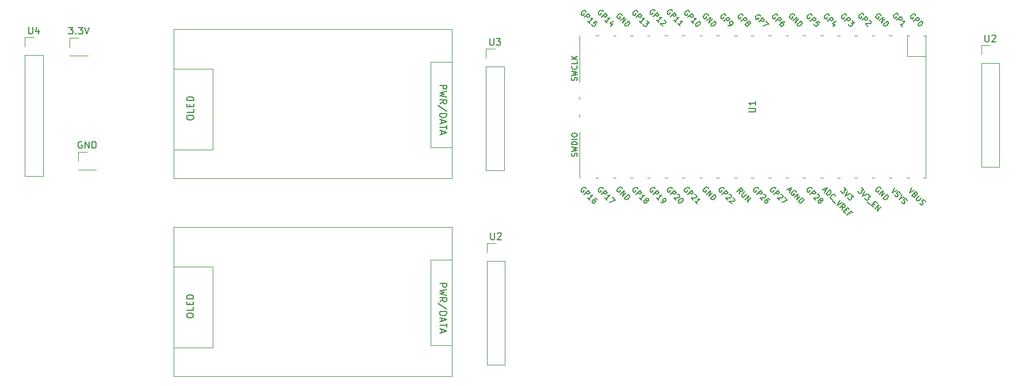
<source format=gbr>
%TF.GenerationSoftware,KiCad,Pcbnew,7.0.10*%
%TF.CreationDate,2024-02-02T23:00:29-06:00*%
%TF.ProjectId,Glass,476c6173-732e-46b6-9963-61645f706362,rev?*%
%TF.SameCoordinates,Original*%
%TF.FileFunction,Legend,Top*%
%TF.FilePolarity,Positive*%
%FSLAX46Y46*%
G04 Gerber Fmt 4.6, Leading zero omitted, Abs format (unit mm)*
G04 Created by KiCad (PCBNEW 7.0.10) date 2024-02-02 23:00:29*
%MOMM*%
%LPD*%
G01*
G04 APERTURE LIST*
%ADD10C,0.150000*%
%ADD11C,0.120000*%
G04 APERTURE END LIST*
D10*
X144770180Y-51996779D02*
X145770180Y-51996779D01*
X145770180Y-51996779D02*
X145770180Y-52377731D01*
X145770180Y-52377731D02*
X145722561Y-52472969D01*
X145722561Y-52472969D02*
X145674942Y-52520588D01*
X145674942Y-52520588D02*
X145579704Y-52568207D01*
X145579704Y-52568207D02*
X145436847Y-52568207D01*
X145436847Y-52568207D02*
X145341609Y-52520588D01*
X145341609Y-52520588D02*
X145293990Y-52472969D01*
X145293990Y-52472969D02*
X145246371Y-52377731D01*
X145246371Y-52377731D02*
X145246371Y-51996779D01*
X145770180Y-52901541D02*
X144770180Y-53139636D01*
X144770180Y-53139636D02*
X145484466Y-53330112D01*
X145484466Y-53330112D02*
X144770180Y-53520588D01*
X144770180Y-53520588D02*
X145770180Y-53758684D01*
X144770180Y-54711064D02*
X145246371Y-54377731D01*
X144770180Y-54139636D02*
X145770180Y-54139636D01*
X145770180Y-54139636D02*
X145770180Y-54520588D01*
X145770180Y-54520588D02*
X145722561Y-54615826D01*
X145722561Y-54615826D02*
X145674942Y-54663445D01*
X145674942Y-54663445D02*
X145579704Y-54711064D01*
X145579704Y-54711064D02*
X145436847Y-54711064D01*
X145436847Y-54711064D02*
X145341609Y-54663445D01*
X145341609Y-54663445D02*
X145293990Y-54615826D01*
X145293990Y-54615826D02*
X145246371Y-54520588D01*
X145246371Y-54520588D02*
X145246371Y-54139636D01*
X145817800Y-55853921D02*
X144532085Y-54996779D01*
X144770180Y-56187255D02*
X145770180Y-56187255D01*
X145770180Y-56187255D02*
X145770180Y-56425350D01*
X145770180Y-56425350D02*
X145722561Y-56568207D01*
X145722561Y-56568207D02*
X145627323Y-56663445D01*
X145627323Y-56663445D02*
X145532085Y-56711064D01*
X145532085Y-56711064D02*
X145341609Y-56758683D01*
X145341609Y-56758683D02*
X145198752Y-56758683D01*
X145198752Y-56758683D02*
X145008276Y-56711064D01*
X145008276Y-56711064D02*
X144913038Y-56663445D01*
X144913038Y-56663445D02*
X144817800Y-56568207D01*
X144817800Y-56568207D02*
X144770180Y-56425350D01*
X144770180Y-56425350D02*
X144770180Y-56187255D01*
X145055895Y-57139636D02*
X145055895Y-57615826D01*
X144770180Y-57044398D02*
X145770180Y-57377731D01*
X145770180Y-57377731D02*
X144770180Y-57711064D01*
X145770180Y-57901541D02*
X145770180Y-58472969D01*
X144770180Y-58187255D02*
X145770180Y-58187255D01*
X145055895Y-58758684D02*
X145055895Y-59234874D01*
X144770180Y-58663446D02*
X145770180Y-58996779D01*
X145770180Y-58996779D02*
X144770180Y-59330112D01*
X107499819Y-56842744D02*
X107499819Y-56652268D01*
X107499819Y-56652268D02*
X107547438Y-56557030D01*
X107547438Y-56557030D02*
X107642676Y-56461792D01*
X107642676Y-56461792D02*
X107833152Y-56414173D01*
X107833152Y-56414173D02*
X108166485Y-56414173D01*
X108166485Y-56414173D02*
X108356961Y-56461792D01*
X108356961Y-56461792D02*
X108452200Y-56557030D01*
X108452200Y-56557030D02*
X108499819Y-56652268D01*
X108499819Y-56652268D02*
X108499819Y-56842744D01*
X108499819Y-56842744D02*
X108452200Y-56937982D01*
X108452200Y-56937982D02*
X108356961Y-57033220D01*
X108356961Y-57033220D02*
X108166485Y-57080839D01*
X108166485Y-57080839D02*
X107833152Y-57080839D01*
X107833152Y-57080839D02*
X107642676Y-57033220D01*
X107642676Y-57033220D02*
X107547438Y-56937982D01*
X107547438Y-56937982D02*
X107499819Y-56842744D01*
X108499819Y-55509411D02*
X108499819Y-55985601D01*
X108499819Y-55985601D02*
X107499819Y-55985601D01*
X107976009Y-55176077D02*
X107976009Y-54842744D01*
X108499819Y-54699887D02*
X108499819Y-55176077D01*
X108499819Y-55176077D02*
X107499819Y-55176077D01*
X107499819Y-55176077D02*
X107499819Y-54699887D01*
X108499819Y-54271315D02*
X107499819Y-54271315D01*
X107499819Y-54271315D02*
X107499819Y-54033220D01*
X107499819Y-54033220D02*
X107547438Y-53890363D01*
X107547438Y-53890363D02*
X107642676Y-53795125D01*
X107642676Y-53795125D02*
X107737914Y-53747506D01*
X107737914Y-53747506D02*
X107928390Y-53699887D01*
X107928390Y-53699887D02*
X108071247Y-53699887D01*
X108071247Y-53699887D02*
X108261723Y-53747506D01*
X108261723Y-53747506D02*
X108356961Y-53795125D01*
X108356961Y-53795125D02*
X108452200Y-53890363D01*
X108452200Y-53890363D02*
X108499819Y-54033220D01*
X108499819Y-54033220D02*
X108499819Y-54271315D01*
X225068095Y-44584819D02*
X225068095Y-45394342D01*
X225068095Y-45394342D02*
X225115714Y-45489580D01*
X225115714Y-45489580D02*
X225163333Y-45537200D01*
X225163333Y-45537200D02*
X225258571Y-45584819D01*
X225258571Y-45584819D02*
X225449047Y-45584819D01*
X225449047Y-45584819D02*
X225544285Y-45537200D01*
X225544285Y-45537200D02*
X225591904Y-45489580D01*
X225591904Y-45489580D02*
X225639523Y-45394342D01*
X225639523Y-45394342D02*
X225639523Y-44584819D01*
X226068095Y-44680057D02*
X226115714Y-44632438D01*
X226115714Y-44632438D02*
X226210952Y-44584819D01*
X226210952Y-44584819D02*
X226449047Y-44584819D01*
X226449047Y-44584819D02*
X226544285Y-44632438D01*
X226544285Y-44632438D02*
X226591904Y-44680057D01*
X226591904Y-44680057D02*
X226639523Y-44775295D01*
X226639523Y-44775295D02*
X226639523Y-44870533D01*
X226639523Y-44870533D02*
X226591904Y-45013390D01*
X226591904Y-45013390D02*
X226020476Y-45584819D01*
X226020476Y-45584819D02*
X226639523Y-45584819D01*
X152268095Y-73779819D02*
X152268095Y-74589342D01*
X152268095Y-74589342D02*
X152315714Y-74684580D01*
X152315714Y-74684580D02*
X152363333Y-74732200D01*
X152363333Y-74732200D02*
X152458571Y-74779819D01*
X152458571Y-74779819D02*
X152649047Y-74779819D01*
X152649047Y-74779819D02*
X152744285Y-74732200D01*
X152744285Y-74732200D02*
X152791904Y-74684580D01*
X152791904Y-74684580D02*
X152839523Y-74589342D01*
X152839523Y-74589342D02*
X152839523Y-73779819D01*
X153268095Y-73875057D02*
X153315714Y-73827438D01*
X153315714Y-73827438D02*
X153410952Y-73779819D01*
X153410952Y-73779819D02*
X153649047Y-73779819D01*
X153649047Y-73779819D02*
X153744285Y-73827438D01*
X153744285Y-73827438D02*
X153791904Y-73875057D01*
X153791904Y-73875057D02*
X153839523Y-73970295D01*
X153839523Y-73970295D02*
X153839523Y-74065533D01*
X153839523Y-74065533D02*
X153791904Y-74208390D01*
X153791904Y-74208390D02*
X153220476Y-74779819D01*
X153220476Y-74779819D02*
X153839523Y-74779819D01*
X92068095Y-60342438D02*
X91972857Y-60294819D01*
X91972857Y-60294819D02*
X91830000Y-60294819D01*
X91830000Y-60294819D02*
X91687143Y-60342438D01*
X91687143Y-60342438D02*
X91591905Y-60437676D01*
X91591905Y-60437676D02*
X91544286Y-60532914D01*
X91544286Y-60532914D02*
X91496667Y-60723390D01*
X91496667Y-60723390D02*
X91496667Y-60866247D01*
X91496667Y-60866247D02*
X91544286Y-61056723D01*
X91544286Y-61056723D02*
X91591905Y-61151961D01*
X91591905Y-61151961D02*
X91687143Y-61247200D01*
X91687143Y-61247200D02*
X91830000Y-61294819D01*
X91830000Y-61294819D02*
X91925238Y-61294819D01*
X91925238Y-61294819D02*
X92068095Y-61247200D01*
X92068095Y-61247200D02*
X92115714Y-61199580D01*
X92115714Y-61199580D02*
X92115714Y-60866247D01*
X92115714Y-60866247D02*
X91925238Y-60866247D01*
X92544286Y-61294819D02*
X92544286Y-60294819D01*
X92544286Y-60294819D02*
X93115714Y-61294819D01*
X93115714Y-61294819D02*
X93115714Y-60294819D01*
X93591905Y-61294819D02*
X93591905Y-60294819D01*
X93591905Y-60294819D02*
X93830000Y-60294819D01*
X93830000Y-60294819D02*
X93972857Y-60342438D01*
X93972857Y-60342438D02*
X94068095Y-60437676D01*
X94068095Y-60437676D02*
X94115714Y-60532914D01*
X94115714Y-60532914D02*
X94163333Y-60723390D01*
X94163333Y-60723390D02*
X94163333Y-60866247D01*
X94163333Y-60866247D02*
X94115714Y-61056723D01*
X94115714Y-61056723D02*
X94068095Y-61151961D01*
X94068095Y-61151961D02*
X93972857Y-61247200D01*
X93972857Y-61247200D02*
X93830000Y-61294819D01*
X93830000Y-61294819D02*
X93591905Y-61294819D01*
X144760180Y-81236779D02*
X145760180Y-81236779D01*
X145760180Y-81236779D02*
X145760180Y-81617731D01*
X145760180Y-81617731D02*
X145712561Y-81712969D01*
X145712561Y-81712969D02*
X145664942Y-81760588D01*
X145664942Y-81760588D02*
X145569704Y-81808207D01*
X145569704Y-81808207D02*
X145426847Y-81808207D01*
X145426847Y-81808207D02*
X145331609Y-81760588D01*
X145331609Y-81760588D02*
X145283990Y-81712969D01*
X145283990Y-81712969D02*
X145236371Y-81617731D01*
X145236371Y-81617731D02*
X145236371Y-81236779D01*
X145760180Y-82141541D02*
X144760180Y-82379636D01*
X144760180Y-82379636D02*
X145474466Y-82570112D01*
X145474466Y-82570112D02*
X144760180Y-82760588D01*
X144760180Y-82760588D02*
X145760180Y-82998684D01*
X144760180Y-83951064D02*
X145236371Y-83617731D01*
X144760180Y-83379636D02*
X145760180Y-83379636D01*
X145760180Y-83379636D02*
X145760180Y-83760588D01*
X145760180Y-83760588D02*
X145712561Y-83855826D01*
X145712561Y-83855826D02*
X145664942Y-83903445D01*
X145664942Y-83903445D02*
X145569704Y-83951064D01*
X145569704Y-83951064D02*
X145426847Y-83951064D01*
X145426847Y-83951064D02*
X145331609Y-83903445D01*
X145331609Y-83903445D02*
X145283990Y-83855826D01*
X145283990Y-83855826D02*
X145236371Y-83760588D01*
X145236371Y-83760588D02*
X145236371Y-83379636D01*
X145807800Y-85093921D02*
X144522085Y-84236779D01*
X144760180Y-85427255D02*
X145760180Y-85427255D01*
X145760180Y-85427255D02*
X145760180Y-85665350D01*
X145760180Y-85665350D02*
X145712561Y-85808207D01*
X145712561Y-85808207D02*
X145617323Y-85903445D01*
X145617323Y-85903445D02*
X145522085Y-85951064D01*
X145522085Y-85951064D02*
X145331609Y-85998683D01*
X145331609Y-85998683D02*
X145188752Y-85998683D01*
X145188752Y-85998683D02*
X144998276Y-85951064D01*
X144998276Y-85951064D02*
X144903038Y-85903445D01*
X144903038Y-85903445D02*
X144807800Y-85808207D01*
X144807800Y-85808207D02*
X144760180Y-85665350D01*
X144760180Y-85665350D02*
X144760180Y-85427255D01*
X145045895Y-86379636D02*
X145045895Y-86855826D01*
X144760180Y-86284398D02*
X145760180Y-86617731D01*
X145760180Y-86617731D02*
X144760180Y-86951064D01*
X145760180Y-87141541D02*
X145760180Y-87712969D01*
X144760180Y-87427255D02*
X145760180Y-87427255D01*
X145045895Y-87998684D02*
X145045895Y-88474874D01*
X144760180Y-87903446D02*
X145760180Y-88236779D01*
X145760180Y-88236779D02*
X144760180Y-88570112D01*
X107489819Y-86082744D02*
X107489819Y-85892268D01*
X107489819Y-85892268D02*
X107537438Y-85797030D01*
X107537438Y-85797030D02*
X107632676Y-85701792D01*
X107632676Y-85701792D02*
X107823152Y-85654173D01*
X107823152Y-85654173D02*
X108156485Y-85654173D01*
X108156485Y-85654173D02*
X108346961Y-85701792D01*
X108346961Y-85701792D02*
X108442200Y-85797030D01*
X108442200Y-85797030D02*
X108489819Y-85892268D01*
X108489819Y-85892268D02*
X108489819Y-86082744D01*
X108489819Y-86082744D02*
X108442200Y-86177982D01*
X108442200Y-86177982D02*
X108346961Y-86273220D01*
X108346961Y-86273220D02*
X108156485Y-86320839D01*
X108156485Y-86320839D02*
X107823152Y-86320839D01*
X107823152Y-86320839D02*
X107632676Y-86273220D01*
X107632676Y-86273220D02*
X107537438Y-86177982D01*
X107537438Y-86177982D02*
X107489819Y-86082744D01*
X108489819Y-84749411D02*
X108489819Y-85225601D01*
X108489819Y-85225601D02*
X107489819Y-85225601D01*
X107966009Y-84416077D02*
X107966009Y-84082744D01*
X108489819Y-83939887D02*
X108489819Y-84416077D01*
X108489819Y-84416077D02*
X107489819Y-84416077D01*
X107489819Y-84416077D02*
X107489819Y-83939887D01*
X108489819Y-83511315D02*
X107489819Y-83511315D01*
X107489819Y-83511315D02*
X107489819Y-83273220D01*
X107489819Y-83273220D02*
X107537438Y-83130363D01*
X107537438Y-83130363D02*
X107632676Y-83035125D01*
X107632676Y-83035125D02*
X107727914Y-82987506D01*
X107727914Y-82987506D02*
X107918390Y-82939887D01*
X107918390Y-82939887D02*
X108061247Y-82939887D01*
X108061247Y-82939887D02*
X108251723Y-82987506D01*
X108251723Y-82987506D02*
X108346961Y-83035125D01*
X108346961Y-83035125D02*
X108442200Y-83130363D01*
X108442200Y-83130363D02*
X108489819Y-83273220D01*
X108489819Y-83273220D02*
X108489819Y-83511315D01*
X190274819Y-55951904D02*
X191084342Y-55951904D01*
X191084342Y-55951904D02*
X191179580Y-55904285D01*
X191179580Y-55904285D02*
X191227200Y-55856666D01*
X191227200Y-55856666D02*
X191274819Y-55761428D01*
X191274819Y-55761428D02*
X191274819Y-55570952D01*
X191274819Y-55570952D02*
X191227200Y-55475714D01*
X191227200Y-55475714D02*
X191179580Y-55428095D01*
X191179580Y-55428095D02*
X191084342Y-55380476D01*
X191084342Y-55380476D02*
X190274819Y-55380476D01*
X191274819Y-54380476D02*
X191274819Y-54951904D01*
X191274819Y-54666190D02*
X190274819Y-54666190D01*
X190274819Y-54666190D02*
X190417676Y-54761428D01*
X190417676Y-54761428D02*
X190512914Y-54856666D01*
X190512914Y-54856666D02*
X190560533Y-54951904D01*
X173919131Y-41179998D02*
X173892194Y-41099185D01*
X173892194Y-41099185D02*
X173811381Y-41018373D01*
X173811381Y-41018373D02*
X173703632Y-40964498D01*
X173703632Y-40964498D02*
X173595882Y-40964498D01*
X173595882Y-40964498D02*
X173515070Y-40991436D01*
X173515070Y-40991436D02*
X173380383Y-41072248D01*
X173380383Y-41072248D02*
X173299571Y-41153060D01*
X173299571Y-41153060D02*
X173218758Y-41287747D01*
X173218758Y-41287747D02*
X173191821Y-41368560D01*
X173191821Y-41368560D02*
X173191821Y-41476309D01*
X173191821Y-41476309D02*
X173245696Y-41584059D01*
X173245696Y-41584059D02*
X173299571Y-41637934D01*
X173299571Y-41637934D02*
X173407320Y-41691808D01*
X173407320Y-41691808D02*
X173461195Y-41691808D01*
X173461195Y-41691808D02*
X173649757Y-41503247D01*
X173649757Y-41503247D02*
X173542007Y-41395497D01*
X173649757Y-41988120D02*
X174215442Y-41422434D01*
X174215442Y-41422434D02*
X174430942Y-41637934D01*
X174430942Y-41637934D02*
X174457879Y-41718746D01*
X174457879Y-41718746D02*
X174457879Y-41772621D01*
X174457879Y-41772621D02*
X174430942Y-41853433D01*
X174430942Y-41853433D02*
X174350129Y-41934245D01*
X174350129Y-41934245D02*
X174269317Y-41961182D01*
X174269317Y-41961182D02*
X174215442Y-41961182D01*
X174215442Y-41961182D02*
X174134630Y-41934245D01*
X174134630Y-41934245D02*
X173919131Y-41718746D01*
X174511754Y-42850117D02*
X174188505Y-42526868D01*
X174350129Y-42688492D02*
X174915815Y-42122807D01*
X174915815Y-42122807D02*
X174781128Y-42149744D01*
X174781128Y-42149744D02*
X174673378Y-42149744D01*
X174673378Y-42149744D02*
X174592566Y-42122807D01*
X175266001Y-42472993D02*
X175616187Y-42823179D01*
X175616187Y-42823179D02*
X175212126Y-42850117D01*
X175212126Y-42850117D02*
X175292939Y-42930929D01*
X175292939Y-42930929D02*
X175319876Y-43011741D01*
X175319876Y-43011741D02*
X175319876Y-43065616D01*
X175319876Y-43065616D02*
X175292939Y-43146428D01*
X175292939Y-43146428D02*
X175158252Y-43281115D01*
X175158252Y-43281115D02*
X175077439Y-43308053D01*
X175077439Y-43308053D02*
X175023565Y-43308053D01*
X175023565Y-43308053D02*
X174942752Y-43281115D01*
X174942752Y-43281115D02*
X174781128Y-43119491D01*
X174781128Y-43119491D02*
X174754191Y-43038679D01*
X174754191Y-43038679D02*
X174754191Y-42984804D01*
X168839131Y-41133998D02*
X168812194Y-41053185D01*
X168812194Y-41053185D02*
X168731381Y-40972373D01*
X168731381Y-40972373D02*
X168623632Y-40918498D01*
X168623632Y-40918498D02*
X168515882Y-40918498D01*
X168515882Y-40918498D02*
X168435070Y-40945436D01*
X168435070Y-40945436D02*
X168300383Y-41026248D01*
X168300383Y-41026248D02*
X168219571Y-41107060D01*
X168219571Y-41107060D02*
X168138758Y-41241747D01*
X168138758Y-41241747D02*
X168111821Y-41322560D01*
X168111821Y-41322560D02*
X168111821Y-41430309D01*
X168111821Y-41430309D02*
X168165696Y-41538059D01*
X168165696Y-41538059D02*
X168219571Y-41591934D01*
X168219571Y-41591934D02*
X168327320Y-41645808D01*
X168327320Y-41645808D02*
X168381195Y-41645808D01*
X168381195Y-41645808D02*
X168569757Y-41457247D01*
X168569757Y-41457247D02*
X168462007Y-41349497D01*
X168569757Y-41942120D02*
X169135442Y-41376434D01*
X169135442Y-41376434D02*
X169350942Y-41591934D01*
X169350942Y-41591934D02*
X169377879Y-41672746D01*
X169377879Y-41672746D02*
X169377879Y-41726621D01*
X169377879Y-41726621D02*
X169350942Y-41807433D01*
X169350942Y-41807433D02*
X169270129Y-41888245D01*
X169270129Y-41888245D02*
X169189317Y-41915182D01*
X169189317Y-41915182D02*
X169135442Y-41915182D01*
X169135442Y-41915182D02*
X169054630Y-41888245D01*
X169054630Y-41888245D02*
X168839131Y-41672746D01*
X169431754Y-42804117D02*
X169108505Y-42480868D01*
X169270129Y-42642492D02*
X169835815Y-42076807D01*
X169835815Y-42076807D02*
X169701128Y-42103744D01*
X169701128Y-42103744D02*
X169593378Y-42103744D01*
X169593378Y-42103744D02*
X169512566Y-42076807D01*
X170293751Y-42911866D02*
X169916627Y-43288990D01*
X170374563Y-42561680D02*
X169835815Y-42831054D01*
X169835815Y-42831054D02*
X170186001Y-43181240D01*
X178999131Y-67287998D02*
X178972194Y-67207185D01*
X178972194Y-67207185D02*
X178891381Y-67126373D01*
X178891381Y-67126373D02*
X178783632Y-67072498D01*
X178783632Y-67072498D02*
X178675882Y-67072498D01*
X178675882Y-67072498D02*
X178595070Y-67099436D01*
X178595070Y-67099436D02*
X178460383Y-67180248D01*
X178460383Y-67180248D02*
X178379571Y-67261060D01*
X178379571Y-67261060D02*
X178298758Y-67395747D01*
X178298758Y-67395747D02*
X178271821Y-67476560D01*
X178271821Y-67476560D02*
X178271821Y-67584309D01*
X178271821Y-67584309D02*
X178325696Y-67692059D01*
X178325696Y-67692059D02*
X178379571Y-67745934D01*
X178379571Y-67745934D02*
X178487320Y-67799808D01*
X178487320Y-67799808D02*
X178541195Y-67799808D01*
X178541195Y-67799808D02*
X178729757Y-67611247D01*
X178729757Y-67611247D02*
X178622007Y-67503497D01*
X178729757Y-68096120D02*
X179295442Y-67530434D01*
X179295442Y-67530434D02*
X179510942Y-67745934D01*
X179510942Y-67745934D02*
X179537879Y-67826746D01*
X179537879Y-67826746D02*
X179537879Y-67880621D01*
X179537879Y-67880621D02*
X179510942Y-67961433D01*
X179510942Y-67961433D02*
X179430129Y-68042245D01*
X179430129Y-68042245D02*
X179349317Y-68069182D01*
X179349317Y-68069182D02*
X179295442Y-68069182D01*
X179295442Y-68069182D02*
X179214630Y-68042245D01*
X179214630Y-68042245D02*
X178999131Y-67826746D01*
X179780316Y-68123057D02*
X179834190Y-68123057D01*
X179834190Y-68123057D02*
X179915003Y-68149995D01*
X179915003Y-68149995D02*
X180049690Y-68284682D01*
X180049690Y-68284682D02*
X180076627Y-68365494D01*
X180076627Y-68365494D02*
X180076627Y-68419369D01*
X180076627Y-68419369D02*
X180049690Y-68500181D01*
X180049690Y-68500181D02*
X179995815Y-68554056D01*
X179995815Y-68554056D02*
X179888065Y-68607930D01*
X179888065Y-68607930D02*
X179241568Y-68607930D01*
X179241568Y-68607930D02*
X179591754Y-68958117D01*
X180507626Y-68742618D02*
X180561500Y-68796492D01*
X180561500Y-68796492D02*
X180588438Y-68877305D01*
X180588438Y-68877305D02*
X180588438Y-68931179D01*
X180588438Y-68931179D02*
X180561500Y-69011992D01*
X180561500Y-69011992D02*
X180480688Y-69146679D01*
X180480688Y-69146679D02*
X180346001Y-69281366D01*
X180346001Y-69281366D02*
X180211314Y-69362178D01*
X180211314Y-69362178D02*
X180130502Y-69389115D01*
X180130502Y-69389115D02*
X180076627Y-69389115D01*
X180076627Y-69389115D02*
X179995815Y-69362178D01*
X179995815Y-69362178D02*
X179941940Y-69308303D01*
X179941940Y-69308303D02*
X179915003Y-69227491D01*
X179915003Y-69227491D02*
X179915003Y-69173616D01*
X179915003Y-69173616D02*
X179941940Y-69092804D01*
X179941940Y-69092804D02*
X180022752Y-68958117D01*
X180022752Y-68958117D02*
X180157439Y-68823430D01*
X180157439Y-68823430D02*
X180292126Y-68742618D01*
X180292126Y-68742618D02*
X180372939Y-68715680D01*
X180372939Y-68715680D02*
X180426813Y-68715680D01*
X180426813Y-68715680D02*
X180507626Y-68742618D01*
X186619131Y-67287998D02*
X186592194Y-67207185D01*
X186592194Y-67207185D02*
X186511381Y-67126373D01*
X186511381Y-67126373D02*
X186403632Y-67072498D01*
X186403632Y-67072498D02*
X186295882Y-67072498D01*
X186295882Y-67072498D02*
X186215070Y-67099436D01*
X186215070Y-67099436D02*
X186080383Y-67180248D01*
X186080383Y-67180248D02*
X185999571Y-67261060D01*
X185999571Y-67261060D02*
X185918758Y-67395747D01*
X185918758Y-67395747D02*
X185891821Y-67476560D01*
X185891821Y-67476560D02*
X185891821Y-67584309D01*
X185891821Y-67584309D02*
X185945696Y-67692059D01*
X185945696Y-67692059D02*
X185999571Y-67745934D01*
X185999571Y-67745934D02*
X186107320Y-67799808D01*
X186107320Y-67799808D02*
X186161195Y-67799808D01*
X186161195Y-67799808D02*
X186349757Y-67611247D01*
X186349757Y-67611247D02*
X186242007Y-67503497D01*
X186349757Y-68096120D02*
X186915442Y-67530434D01*
X186915442Y-67530434D02*
X187130942Y-67745934D01*
X187130942Y-67745934D02*
X187157879Y-67826746D01*
X187157879Y-67826746D02*
X187157879Y-67880621D01*
X187157879Y-67880621D02*
X187130942Y-67961433D01*
X187130942Y-67961433D02*
X187050129Y-68042245D01*
X187050129Y-68042245D02*
X186969317Y-68069182D01*
X186969317Y-68069182D02*
X186915442Y-68069182D01*
X186915442Y-68069182D02*
X186834630Y-68042245D01*
X186834630Y-68042245D02*
X186619131Y-67826746D01*
X187400316Y-68123057D02*
X187454190Y-68123057D01*
X187454190Y-68123057D02*
X187535003Y-68149995D01*
X187535003Y-68149995D02*
X187669690Y-68284682D01*
X187669690Y-68284682D02*
X187696627Y-68365494D01*
X187696627Y-68365494D02*
X187696627Y-68419369D01*
X187696627Y-68419369D02*
X187669690Y-68500181D01*
X187669690Y-68500181D02*
X187615815Y-68554056D01*
X187615815Y-68554056D02*
X187508065Y-68607930D01*
X187508065Y-68607930D02*
X186861568Y-68607930D01*
X186861568Y-68607930D02*
X187211754Y-68958117D01*
X187939064Y-68661805D02*
X187992939Y-68661805D01*
X187992939Y-68661805D02*
X188073751Y-68688743D01*
X188073751Y-68688743D02*
X188208438Y-68823430D01*
X188208438Y-68823430D02*
X188235375Y-68904242D01*
X188235375Y-68904242D02*
X188235375Y-68958117D01*
X188235375Y-68958117D02*
X188208438Y-69038929D01*
X188208438Y-69038929D02*
X188154563Y-69092804D01*
X188154563Y-69092804D02*
X188046813Y-69146679D01*
X188046813Y-69146679D02*
X187400316Y-69146679D01*
X187400316Y-69146679D02*
X187750502Y-69496865D01*
X209721568Y-41676435D02*
X209694631Y-41595623D01*
X209694631Y-41595623D02*
X209613819Y-41514811D01*
X209613819Y-41514811D02*
X209506069Y-41460936D01*
X209506069Y-41460936D02*
X209398319Y-41460936D01*
X209398319Y-41460936D02*
X209317507Y-41487873D01*
X209317507Y-41487873D02*
X209182820Y-41568685D01*
X209182820Y-41568685D02*
X209102008Y-41649498D01*
X209102008Y-41649498D02*
X209021196Y-41784185D01*
X209021196Y-41784185D02*
X208994258Y-41864997D01*
X208994258Y-41864997D02*
X208994258Y-41972746D01*
X208994258Y-41972746D02*
X209048133Y-42080496D01*
X209048133Y-42080496D02*
X209102008Y-42134371D01*
X209102008Y-42134371D02*
X209209758Y-42188246D01*
X209209758Y-42188246D02*
X209263632Y-42188246D01*
X209263632Y-42188246D02*
X209452194Y-41999684D01*
X209452194Y-41999684D02*
X209344445Y-41891934D01*
X209452194Y-42484557D02*
X210017880Y-41918872D01*
X210017880Y-41918872D02*
X209775443Y-42807806D01*
X209775443Y-42807806D02*
X210341128Y-42242120D01*
X210044817Y-43077180D02*
X210610502Y-42511494D01*
X210610502Y-42511494D02*
X210745189Y-42646181D01*
X210745189Y-42646181D02*
X210799064Y-42753931D01*
X210799064Y-42753931D02*
X210799064Y-42861680D01*
X210799064Y-42861680D02*
X210772127Y-42942493D01*
X210772127Y-42942493D02*
X210691314Y-43077180D01*
X210691314Y-43077180D02*
X210610502Y-43157992D01*
X210610502Y-43157992D02*
X210475815Y-43238804D01*
X210475815Y-43238804D02*
X210395003Y-43265741D01*
X210395003Y-43265741D02*
X210287253Y-43265741D01*
X210287253Y-43265741D02*
X210179504Y-43211867D01*
X210179504Y-43211867D02*
X210044817Y-43077180D01*
X212298505Y-41603372D02*
X212271568Y-41522560D01*
X212271568Y-41522560D02*
X212190756Y-41441748D01*
X212190756Y-41441748D02*
X212083006Y-41387873D01*
X212083006Y-41387873D02*
X211975257Y-41387873D01*
X211975257Y-41387873D02*
X211894444Y-41414810D01*
X211894444Y-41414810D02*
X211759757Y-41495623D01*
X211759757Y-41495623D02*
X211678945Y-41576435D01*
X211678945Y-41576435D02*
X211598133Y-41711122D01*
X211598133Y-41711122D02*
X211571196Y-41791934D01*
X211571196Y-41791934D02*
X211571196Y-41899684D01*
X211571196Y-41899684D02*
X211625070Y-42007433D01*
X211625070Y-42007433D02*
X211678945Y-42061308D01*
X211678945Y-42061308D02*
X211786695Y-42115183D01*
X211786695Y-42115183D02*
X211840570Y-42115183D01*
X211840570Y-42115183D02*
X212029131Y-41926621D01*
X212029131Y-41926621D02*
X211921382Y-41818871D01*
X212029131Y-42411494D02*
X212594817Y-41845809D01*
X212594817Y-41845809D02*
X212810316Y-42061308D01*
X212810316Y-42061308D02*
X212837253Y-42142120D01*
X212837253Y-42142120D02*
X212837253Y-42195995D01*
X212837253Y-42195995D02*
X212810316Y-42276807D01*
X212810316Y-42276807D02*
X212729504Y-42357619D01*
X212729504Y-42357619D02*
X212648692Y-42384557D01*
X212648692Y-42384557D02*
X212594817Y-42384557D01*
X212594817Y-42384557D02*
X212514005Y-42357619D01*
X212514005Y-42357619D02*
X212298505Y-42142120D01*
X212891128Y-43273491D02*
X212567879Y-42950242D01*
X212729504Y-43111867D02*
X213295189Y-42546181D01*
X213295189Y-42546181D02*
X213160502Y-42573119D01*
X213160502Y-42573119D02*
X213052753Y-42573119D01*
X213052753Y-42573119D02*
X212971940Y-42546181D01*
X214292414Y-67143406D02*
X213915290Y-67897653D01*
X213915290Y-67897653D02*
X214669537Y-67520529D01*
X214777287Y-68167027D02*
X214831161Y-68274776D01*
X214831161Y-68274776D02*
X214831161Y-68328651D01*
X214831161Y-68328651D02*
X214804224Y-68409463D01*
X214804224Y-68409463D02*
X214723412Y-68490276D01*
X214723412Y-68490276D02*
X214642600Y-68517213D01*
X214642600Y-68517213D02*
X214588725Y-68517213D01*
X214588725Y-68517213D02*
X214507913Y-68490276D01*
X214507913Y-68490276D02*
X214292413Y-68274776D01*
X214292413Y-68274776D02*
X214858099Y-67709091D01*
X214858099Y-67709091D02*
X215046661Y-67897653D01*
X215046661Y-67897653D02*
X215073598Y-67978465D01*
X215073598Y-67978465D02*
X215073598Y-68032340D01*
X215073598Y-68032340D02*
X215046661Y-68113152D01*
X215046661Y-68113152D02*
X214992786Y-68167027D01*
X214992786Y-68167027D02*
X214911974Y-68193964D01*
X214911974Y-68193964D02*
X214858099Y-68193964D01*
X214858099Y-68193964D02*
X214777287Y-68167027D01*
X214777287Y-68167027D02*
X214588725Y-67978465D01*
X215423784Y-68274776D02*
X214965848Y-68732712D01*
X214965848Y-68732712D02*
X214938911Y-68813524D01*
X214938911Y-68813524D02*
X214938911Y-68867399D01*
X214938911Y-68867399D02*
X214965848Y-68948211D01*
X214965848Y-68948211D02*
X215073598Y-69055961D01*
X215073598Y-69055961D02*
X215154410Y-69082898D01*
X215154410Y-69082898D02*
X215208285Y-69082898D01*
X215208285Y-69082898D02*
X215289097Y-69055961D01*
X215289097Y-69055961D02*
X215747033Y-68598025D01*
X215450722Y-69379210D02*
X215504596Y-69486959D01*
X215504596Y-69486959D02*
X215639283Y-69621646D01*
X215639283Y-69621646D02*
X215720096Y-69648584D01*
X215720096Y-69648584D02*
X215773970Y-69648584D01*
X215773970Y-69648584D02*
X215854783Y-69621646D01*
X215854783Y-69621646D02*
X215908657Y-69567771D01*
X215908657Y-69567771D02*
X215935595Y-69486959D01*
X215935595Y-69486959D02*
X215935595Y-69433084D01*
X215935595Y-69433084D02*
X215908657Y-69352272D01*
X215908657Y-69352272D02*
X215827845Y-69217585D01*
X215827845Y-69217585D02*
X215800908Y-69136773D01*
X215800908Y-69136773D02*
X215800908Y-69082898D01*
X215800908Y-69082898D02*
X215827845Y-69002086D01*
X215827845Y-69002086D02*
X215881720Y-68948211D01*
X215881720Y-68948211D02*
X215962532Y-68921274D01*
X215962532Y-68921274D02*
X216016407Y-68921274D01*
X216016407Y-68921274D02*
X216097219Y-68948211D01*
X216097219Y-68948211D02*
X216231906Y-69082898D01*
X216231906Y-69082898D02*
X216285781Y-69190648D01*
X171621568Y-67276435D02*
X171594631Y-67195623D01*
X171594631Y-67195623D02*
X171513819Y-67114811D01*
X171513819Y-67114811D02*
X171406069Y-67060936D01*
X171406069Y-67060936D02*
X171298319Y-67060936D01*
X171298319Y-67060936D02*
X171217507Y-67087873D01*
X171217507Y-67087873D02*
X171082820Y-67168685D01*
X171082820Y-67168685D02*
X171002008Y-67249498D01*
X171002008Y-67249498D02*
X170921196Y-67384185D01*
X170921196Y-67384185D02*
X170894258Y-67464997D01*
X170894258Y-67464997D02*
X170894258Y-67572746D01*
X170894258Y-67572746D02*
X170948133Y-67680496D01*
X170948133Y-67680496D02*
X171002008Y-67734371D01*
X171002008Y-67734371D02*
X171109758Y-67788246D01*
X171109758Y-67788246D02*
X171163632Y-67788246D01*
X171163632Y-67788246D02*
X171352194Y-67599684D01*
X171352194Y-67599684D02*
X171244445Y-67491934D01*
X171352194Y-68084557D02*
X171917880Y-67518872D01*
X171917880Y-67518872D02*
X171675443Y-68407806D01*
X171675443Y-68407806D02*
X172241128Y-67842120D01*
X171944817Y-68677180D02*
X172510502Y-68111494D01*
X172510502Y-68111494D02*
X172645189Y-68246181D01*
X172645189Y-68246181D02*
X172699064Y-68353931D01*
X172699064Y-68353931D02*
X172699064Y-68461680D01*
X172699064Y-68461680D02*
X172672127Y-68542493D01*
X172672127Y-68542493D02*
X172591314Y-68677180D01*
X172591314Y-68677180D02*
X172510502Y-68757992D01*
X172510502Y-68757992D02*
X172375815Y-68838804D01*
X172375815Y-68838804D02*
X172295003Y-68865741D01*
X172295003Y-68865741D02*
X172187253Y-68865741D01*
X172187253Y-68865741D02*
X172079504Y-68811867D01*
X172079504Y-68811867D02*
X171944817Y-68677180D01*
X191998505Y-41803372D02*
X191971568Y-41722560D01*
X191971568Y-41722560D02*
X191890756Y-41641748D01*
X191890756Y-41641748D02*
X191783006Y-41587873D01*
X191783006Y-41587873D02*
X191675257Y-41587873D01*
X191675257Y-41587873D02*
X191594444Y-41614810D01*
X191594444Y-41614810D02*
X191459757Y-41695623D01*
X191459757Y-41695623D02*
X191378945Y-41776435D01*
X191378945Y-41776435D02*
X191298133Y-41911122D01*
X191298133Y-41911122D02*
X191271196Y-41991934D01*
X191271196Y-41991934D02*
X191271196Y-42099684D01*
X191271196Y-42099684D02*
X191325070Y-42207433D01*
X191325070Y-42207433D02*
X191378945Y-42261308D01*
X191378945Y-42261308D02*
X191486695Y-42315183D01*
X191486695Y-42315183D02*
X191540570Y-42315183D01*
X191540570Y-42315183D02*
X191729131Y-42126621D01*
X191729131Y-42126621D02*
X191621382Y-42018871D01*
X191729131Y-42611494D02*
X192294817Y-42045809D01*
X192294817Y-42045809D02*
X192510316Y-42261308D01*
X192510316Y-42261308D02*
X192537253Y-42342120D01*
X192537253Y-42342120D02*
X192537253Y-42395995D01*
X192537253Y-42395995D02*
X192510316Y-42476807D01*
X192510316Y-42476807D02*
X192429504Y-42557619D01*
X192429504Y-42557619D02*
X192348692Y-42584557D01*
X192348692Y-42584557D02*
X192294817Y-42584557D01*
X192294817Y-42584557D02*
X192214005Y-42557619D01*
X192214005Y-42557619D02*
X191998505Y-42342120D01*
X192806627Y-42557619D02*
X193183751Y-42934743D01*
X193183751Y-42934743D02*
X192375629Y-43257992D01*
X199573131Y-67287998D02*
X199546194Y-67207185D01*
X199546194Y-67207185D02*
X199465381Y-67126373D01*
X199465381Y-67126373D02*
X199357632Y-67072498D01*
X199357632Y-67072498D02*
X199249882Y-67072498D01*
X199249882Y-67072498D02*
X199169070Y-67099436D01*
X199169070Y-67099436D02*
X199034383Y-67180248D01*
X199034383Y-67180248D02*
X198953571Y-67261060D01*
X198953571Y-67261060D02*
X198872758Y-67395747D01*
X198872758Y-67395747D02*
X198845821Y-67476560D01*
X198845821Y-67476560D02*
X198845821Y-67584309D01*
X198845821Y-67584309D02*
X198899696Y-67692059D01*
X198899696Y-67692059D02*
X198953571Y-67745934D01*
X198953571Y-67745934D02*
X199061320Y-67799808D01*
X199061320Y-67799808D02*
X199115195Y-67799808D01*
X199115195Y-67799808D02*
X199303757Y-67611247D01*
X199303757Y-67611247D02*
X199196007Y-67503497D01*
X199303757Y-68096120D02*
X199869442Y-67530434D01*
X199869442Y-67530434D02*
X200084942Y-67745934D01*
X200084942Y-67745934D02*
X200111879Y-67826746D01*
X200111879Y-67826746D02*
X200111879Y-67880621D01*
X200111879Y-67880621D02*
X200084942Y-67961433D01*
X200084942Y-67961433D02*
X200004129Y-68042245D01*
X200004129Y-68042245D02*
X199923317Y-68069182D01*
X199923317Y-68069182D02*
X199869442Y-68069182D01*
X199869442Y-68069182D02*
X199788630Y-68042245D01*
X199788630Y-68042245D02*
X199573131Y-67826746D01*
X200354316Y-68123057D02*
X200408190Y-68123057D01*
X200408190Y-68123057D02*
X200489003Y-68149995D01*
X200489003Y-68149995D02*
X200623690Y-68284682D01*
X200623690Y-68284682D02*
X200650627Y-68365494D01*
X200650627Y-68365494D02*
X200650627Y-68419369D01*
X200650627Y-68419369D02*
X200623690Y-68500181D01*
X200623690Y-68500181D02*
X200569815Y-68554056D01*
X200569815Y-68554056D02*
X200462065Y-68607930D01*
X200462065Y-68607930D02*
X199815568Y-68607930D01*
X199815568Y-68607930D02*
X200165754Y-68958117D01*
X200812252Y-68958117D02*
X200785314Y-68877305D01*
X200785314Y-68877305D02*
X200785314Y-68823430D01*
X200785314Y-68823430D02*
X200812252Y-68742618D01*
X200812252Y-68742618D02*
X200839189Y-68715680D01*
X200839189Y-68715680D02*
X200920001Y-68688743D01*
X200920001Y-68688743D02*
X200973876Y-68688743D01*
X200973876Y-68688743D02*
X201054688Y-68715680D01*
X201054688Y-68715680D02*
X201162438Y-68823430D01*
X201162438Y-68823430D02*
X201189375Y-68904242D01*
X201189375Y-68904242D02*
X201189375Y-68958117D01*
X201189375Y-68958117D02*
X201162438Y-69038929D01*
X201162438Y-69038929D02*
X201135500Y-69065866D01*
X201135500Y-69065866D02*
X201054688Y-69092804D01*
X201054688Y-69092804D02*
X201000813Y-69092804D01*
X201000813Y-69092804D02*
X200920001Y-69065866D01*
X200920001Y-69065866D02*
X200812252Y-68958117D01*
X200812252Y-68958117D02*
X200731439Y-68931179D01*
X200731439Y-68931179D02*
X200677565Y-68931179D01*
X200677565Y-68931179D02*
X200596752Y-68958117D01*
X200596752Y-68958117D02*
X200489003Y-69065866D01*
X200489003Y-69065866D02*
X200462065Y-69146679D01*
X200462065Y-69146679D02*
X200462065Y-69200553D01*
X200462065Y-69200553D02*
X200489003Y-69281366D01*
X200489003Y-69281366D02*
X200596752Y-69389115D01*
X200596752Y-69389115D02*
X200677565Y-69416053D01*
X200677565Y-69416053D02*
X200731439Y-69416053D01*
X200731439Y-69416053D02*
X200812252Y-69389115D01*
X200812252Y-69389115D02*
X200920001Y-69281366D01*
X200920001Y-69281366D02*
X200946939Y-69200553D01*
X200946939Y-69200553D02*
X200946939Y-69146679D01*
X200946939Y-69146679D02*
X200920001Y-69065866D01*
X164944200Y-51299524D02*
X164982295Y-51185238D01*
X164982295Y-51185238D02*
X164982295Y-50994762D01*
X164982295Y-50994762D02*
X164944200Y-50918571D01*
X164944200Y-50918571D02*
X164906104Y-50880476D01*
X164906104Y-50880476D02*
X164829914Y-50842381D01*
X164829914Y-50842381D02*
X164753723Y-50842381D01*
X164753723Y-50842381D02*
X164677533Y-50880476D01*
X164677533Y-50880476D02*
X164639438Y-50918571D01*
X164639438Y-50918571D02*
X164601342Y-50994762D01*
X164601342Y-50994762D02*
X164563247Y-51147143D01*
X164563247Y-51147143D02*
X164525152Y-51223333D01*
X164525152Y-51223333D02*
X164487057Y-51261428D01*
X164487057Y-51261428D02*
X164410866Y-51299524D01*
X164410866Y-51299524D02*
X164334676Y-51299524D01*
X164334676Y-51299524D02*
X164258485Y-51261428D01*
X164258485Y-51261428D02*
X164220390Y-51223333D01*
X164220390Y-51223333D02*
X164182295Y-51147143D01*
X164182295Y-51147143D02*
X164182295Y-50956666D01*
X164182295Y-50956666D02*
X164220390Y-50842381D01*
X164182295Y-50575714D02*
X164982295Y-50385238D01*
X164982295Y-50385238D02*
X164410866Y-50232857D01*
X164410866Y-50232857D02*
X164982295Y-50080476D01*
X164982295Y-50080476D02*
X164182295Y-49890000D01*
X164906104Y-49128094D02*
X164944200Y-49166190D01*
X164944200Y-49166190D02*
X164982295Y-49280475D01*
X164982295Y-49280475D02*
X164982295Y-49356666D01*
X164982295Y-49356666D02*
X164944200Y-49470952D01*
X164944200Y-49470952D02*
X164868009Y-49547142D01*
X164868009Y-49547142D02*
X164791819Y-49585237D01*
X164791819Y-49585237D02*
X164639438Y-49623333D01*
X164639438Y-49623333D02*
X164525152Y-49623333D01*
X164525152Y-49623333D02*
X164372771Y-49585237D01*
X164372771Y-49585237D02*
X164296580Y-49547142D01*
X164296580Y-49547142D02*
X164220390Y-49470952D01*
X164220390Y-49470952D02*
X164182295Y-49356666D01*
X164182295Y-49356666D02*
X164182295Y-49280475D01*
X164182295Y-49280475D02*
X164220390Y-49166190D01*
X164220390Y-49166190D02*
X164258485Y-49128094D01*
X164982295Y-48404285D02*
X164982295Y-48785237D01*
X164982295Y-48785237D02*
X164182295Y-48785237D01*
X164982295Y-48137618D02*
X164182295Y-48137618D01*
X164982295Y-47680475D02*
X164525152Y-48023333D01*
X164182295Y-47680475D02*
X164639438Y-48137618D01*
X178999131Y-41033998D02*
X178972194Y-40953185D01*
X178972194Y-40953185D02*
X178891381Y-40872373D01*
X178891381Y-40872373D02*
X178783632Y-40818498D01*
X178783632Y-40818498D02*
X178675882Y-40818498D01*
X178675882Y-40818498D02*
X178595070Y-40845436D01*
X178595070Y-40845436D02*
X178460383Y-40926248D01*
X178460383Y-40926248D02*
X178379571Y-41007060D01*
X178379571Y-41007060D02*
X178298758Y-41141747D01*
X178298758Y-41141747D02*
X178271821Y-41222560D01*
X178271821Y-41222560D02*
X178271821Y-41330309D01*
X178271821Y-41330309D02*
X178325696Y-41438059D01*
X178325696Y-41438059D02*
X178379571Y-41491934D01*
X178379571Y-41491934D02*
X178487320Y-41545808D01*
X178487320Y-41545808D02*
X178541195Y-41545808D01*
X178541195Y-41545808D02*
X178729757Y-41357247D01*
X178729757Y-41357247D02*
X178622007Y-41249497D01*
X178729757Y-41842120D02*
X179295442Y-41276434D01*
X179295442Y-41276434D02*
X179510942Y-41491934D01*
X179510942Y-41491934D02*
X179537879Y-41572746D01*
X179537879Y-41572746D02*
X179537879Y-41626621D01*
X179537879Y-41626621D02*
X179510942Y-41707433D01*
X179510942Y-41707433D02*
X179430129Y-41788245D01*
X179430129Y-41788245D02*
X179349317Y-41815182D01*
X179349317Y-41815182D02*
X179295442Y-41815182D01*
X179295442Y-41815182D02*
X179214630Y-41788245D01*
X179214630Y-41788245D02*
X178999131Y-41572746D01*
X179591754Y-42704117D02*
X179268505Y-42380868D01*
X179430129Y-42542492D02*
X179995815Y-41976807D01*
X179995815Y-41976807D02*
X179861128Y-42003744D01*
X179861128Y-42003744D02*
X179753378Y-42003744D01*
X179753378Y-42003744D02*
X179672566Y-41976807D01*
X180130502Y-43242865D02*
X179807253Y-42919616D01*
X179968878Y-43081240D02*
X180534563Y-42515555D01*
X180534563Y-42515555D02*
X180399876Y-42542492D01*
X180399876Y-42542492D02*
X180292126Y-42542492D01*
X180292126Y-42542492D02*
X180211314Y-42515555D01*
X202128505Y-41703372D02*
X202101568Y-41622560D01*
X202101568Y-41622560D02*
X202020756Y-41541748D01*
X202020756Y-41541748D02*
X201913006Y-41487873D01*
X201913006Y-41487873D02*
X201805257Y-41487873D01*
X201805257Y-41487873D02*
X201724444Y-41514810D01*
X201724444Y-41514810D02*
X201589757Y-41595623D01*
X201589757Y-41595623D02*
X201508945Y-41676435D01*
X201508945Y-41676435D02*
X201428133Y-41811122D01*
X201428133Y-41811122D02*
X201401196Y-41891934D01*
X201401196Y-41891934D02*
X201401196Y-41999684D01*
X201401196Y-41999684D02*
X201455070Y-42107433D01*
X201455070Y-42107433D02*
X201508945Y-42161308D01*
X201508945Y-42161308D02*
X201616695Y-42215183D01*
X201616695Y-42215183D02*
X201670570Y-42215183D01*
X201670570Y-42215183D02*
X201859131Y-42026621D01*
X201859131Y-42026621D02*
X201751382Y-41918871D01*
X201859131Y-42511494D02*
X202424817Y-41945809D01*
X202424817Y-41945809D02*
X202640316Y-42161308D01*
X202640316Y-42161308D02*
X202667253Y-42242120D01*
X202667253Y-42242120D02*
X202667253Y-42295995D01*
X202667253Y-42295995D02*
X202640316Y-42376807D01*
X202640316Y-42376807D02*
X202559504Y-42457619D01*
X202559504Y-42457619D02*
X202478692Y-42484557D01*
X202478692Y-42484557D02*
X202424817Y-42484557D01*
X202424817Y-42484557D02*
X202344005Y-42457619D01*
X202344005Y-42457619D02*
X202128505Y-42242120D01*
X203044377Y-42942493D02*
X202667253Y-43319616D01*
X203125189Y-42592306D02*
X202586441Y-42861680D01*
X202586441Y-42861680D02*
X202936627Y-43211867D01*
X188876289Y-68028651D02*
X188957101Y-67570716D01*
X188553040Y-67705403D02*
X189118725Y-67139717D01*
X189118725Y-67139717D02*
X189334224Y-67355216D01*
X189334224Y-67355216D02*
X189361162Y-67436029D01*
X189361162Y-67436029D02*
X189361162Y-67489903D01*
X189361162Y-67489903D02*
X189334224Y-67570716D01*
X189334224Y-67570716D02*
X189253412Y-67651528D01*
X189253412Y-67651528D02*
X189172600Y-67678465D01*
X189172600Y-67678465D02*
X189118725Y-67678465D01*
X189118725Y-67678465D02*
X189037913Y-67651528D01*
X189037913Y-67651528D02*
X188822414Y-67436029D01*
X189684411Y-67705403D02*
X189226475Y-68163338D01*
X189226475Y-68163338D02*
X189199537Y-68244151D01*
X189199537Y-68244151D02*
X189199537Y-68298025D01*
X189199537Y-68298025D02*
X189226475Y-68378838D01*
X189226475Y-68378838D02*
X189334224Y-68486587D01*
X189334224Y-68486587D02*
X189415037Y-68513525D01*
X189415037Y-68513525D02*
X189468911Y-68513525D01*
X189468911Y-68513525D02*
X189549724Y-68486587D01*
X189549724Y-68486587D02*
X190007659Y-68028651D01*
X189711348Y-68863711D02*
X190277033Y-68298025D01*
X190277033Y-68298025D02*
X190034597Y-69186959D01*
X190034597Y-69186959D02*
X190600282Y-68621274D01*
X166299131Y-41179998D02*
X166272194Y-41099185D01*
X166272194Y-41099185D02*
X166191381Y-41018373D01*
X166191381Y-41018373D02*
X166083632Y-40964498D01*
X166083632Y-40964498D02*
X165975882Y-40964498D01*
X165975882Y-40964498D02*
X165895070Y-40991436D01*
X165895070Y-40991436D02*
X165760383Y-41072248D01*
X165760383Y-41072248D02*
X165679571Y-41153060D01*
X165679571Y-41153060D02*
X165598758Y-41287747D01*
X165598758Y-41287747D02*
X165571821Y-41368560D01*
X165571821Y-41368560D02*
X165571821Y-41476309D01*
X165571821Y-41476309D02*
X165625696Y-41584059D01*
X165625696Y-41584059D02*
X165679571Y-41637934D01*
X165679571Y-41637934D02*
X165787320Y-41691808D01*
X165787320Y-41691808D02*
X165841195Y-41691808D01*
X165841195Y-41691808D02*
X166029757Y-41503247D01*
X166029757Y-41503247D02*
X165922007Y-41395497D01*
X166029757Y-41988120D02*
X166595442Y-41422434D01*
X166595442Y-41422434D02*
X166810942Y-41637934D01*
X166810942Y-41637934D02*
X166837879Y-41718746D01*
X166837879Y-41718746D02*
X166837879Y-41772621D01*
X166837879Y-41772621D02*
X166810942Y-41853433D01*
X166810942Y-41853433D02*
X166730129Y-41934245D01*
X166730129Y-41934245D02*
X166649317Y-41961182D01*
X166649317Y-41961182D02*
X166595442Y-41961182D01*
X166595442Y-41961182D02*
X166514630Y-41934245D01*
X166514630Y-41934245D02*
X166299131Y-41718746D01*
X166891754Y-42850117D02*
X166568505Y-42526868D01*
X166730129Y-42688492D02*
X167295815Y-42122807D01*
X167295815Y-42122807D02*
X167161128Y-42149744D01*
X167161128Y-42149744D02*
X167053378Y-42149744D01*
X167053378Y-42149744D02*
X166972566Y-42122807D01*
X167969250Y-42796242D02*
X167699876Y-42526868D01*
X167699876Y-42526868D02*
X167403565Y-42769305D01*
X167403565Y-42769305D02*
X167457439Y-42769305D01*
X167457439Y-42769305D02*
X167538252Y-42796242D01*
X167538252Y-42796242D02*
X167672939Y-42930929D01*
X167672939Y-42930929D02*
X167699876Y-43011741D01*
X167699876Y-43011741D02*
X167699876Y-43065616D01*
X167699876Y-43065616D02*
X167672939Y-43146428D01*
X167672939Y-43146428D02*
X167538252Y-43281115D01*
X167538252Y-43281115D02*
X167457439Y-43308053D01*
X167457439Y-43308053D02*
X167403565Y-43308053D01*
X167403565Y-43308053D02*
X167322752Y-43281115D01*
X167322752Y-43281115D02*
X167188065Y-43146428D01*
X167188065Y-43146428D02*
X167161128Y-43065616D01*
X167161128Y-43065616D02*
X167161128Y-43011741D01*
X171621568Y-41676435D02*
X171594631Y-41595623D01*
X171594631Y-41595623D02*
X171513819Y-41514811D01*
X171513819Y-41514811D02*
X171406069Y-41460936D01*
X171406069Y-41460936D02*
X171298319Y-41460936D01*
X171298319Y-41460936D02*
X171217507Y-41487873D01*
X171217507Y-41487873D02*
X171082820Y-41568685D01*
X171082820Y-41568685D02*
X171002008Y-41649498D01*
X171002008Y-41649498D02*
X170921196Y-41784185D01*
X170921196Y-41784185D02*
X170894258Y-41864997D01*
X170894258Y-41864997D02*
X170894258Y-41972746D01*
X170894258Y-41972746D02*
X170948133Y-42080496D01*
X170948133Y-42080496D02*
X171002008Y-42134371D01*
X171002008Y-42134371D02*
X171109758Y-42188246D01*
X171109758Y-42188246D02*
X171163632Y-42188246D01*
X171163632Y-42188246D02*
X171352194Y-41999684D01*
X171352194Y-41999684D02*
X171244445Y-41891934D01*
X171352194Y-42484557D02*
X171917880Y-41918872D01*
X171917880Y-41918872D02*
X171675443Y-42807806D01*
X171675443Y-42807806D02*
X172241128Y-42242120D01*
X171944817Y-43077180D02*
X172510502Y-42511494D01*
X172510502Y-42511494D02*
X172645189Y-42646181D01*
X172645189Y-42646181D02*
X172699064Y-42753931D01*
X172699064Y-42753931D02*
X172699064Y-42861680D01*
X172699064Y-42861680D02*
X172672127Y-42942493D01*
X172672127Y-42942493D02*
X172591314Y-43077180D01*
X172591314Y-43077180D02*
X172510502Y-43157992D01*
X172510502Y-43157992D02*
X172375815Y-43238804D01*
X172375815Y-43238804D02*
X172295003Y-43265741D01*
X172295003Y-43265741D02*
X172187253Y-43265741D01*
X172187253Y-43265741D02*
X172079504Y-43211867D01*
X172079504Y-43211867D02*
X171944817Y-43077180D01*
X166299131Y-67287998D02*
X166272194Y-67207185D01*
X166272194Y-67207185D02*
X166191381Y-67126373D01*
X166191381Y-67126373D02*
X166083632Y-67072498D01*
X166083632Y-67072498D02*
X165975882Y-67072498D01*
X165975882Y-67072498D02*
X165895070Y-67099436D01*
X165895070Y-67099436D02*
X165760383Y-67180248D01*
X165760383Y-67180248D02*
X165679571Y-67261060D01*
X165679571Y-67261060D02*
X165598758Y-67395747D01*
X165598758Y-67395747D02*
X165571821Y-67476560D01*
X165571821Y-67476560D02*
X165571821Y-67584309D01*
X165571821Y-67584309D02*
X165625696Y-67692059D01*
X165625696Y-67692059D02*
X165679571Y-67745934D01*
X165679571Y-67745934D02*
X165787320Y-67799808D01*
X165787320Y-67799808D02*
X165841195Y-67799808D01*
X165841195Y-67799808D02*
X166029757Y-67611247D01*
X166029757Y-67611247D02*
X165922007Y-67503497D01*
X166029757Y-68096120D02*
X166595442Y-67530434D01*
X166595442Y-67530434D02*
X166810942Y-67745934D01*
X166810942Y-67745934D02*
X166837879Y-67826746D01*
X166837879Y-67826746D02*
X166837879Y-67880621D01*
X166837879Y-67880621D02*
X166810942Y-67961433D01*
X166810942Y-67961433D02*
X166730129Y-68042245D01*
X166730129Y-68042245D02*
X166649317Y-68069182D01*
X166649317Y-68069182D02*
X166595442Y-68069182D01*
X166595442Y-68069182D02*
X166514630Y-68042245D01*
X166514630Y-68042245D02*
X166299131Y-67826746D01*
X166891754Y-68958117D02*
X166568505Y-68634868D01*
X166730129Y-68796492D02*
X167295815Y-68230807D01*
X167295815Y-68230807D02*
X167161128Y-68257744D01*
X167161128Y-68257744D02*
X167053378Y-68257744D01*
X167053378Y-68257744D02*
X166972566Y-68230807D01*
X167942313Y-68877305D02*
X167834563Y-68769555D01*
X167834563Y-68769555D02*
X167753751Y-68742618D01*
X167753751Y-68742618D02*
X167699876Y-68742618D01*
X167699876Y-68742618D02*
X167565189Y-68769555D01*
X167565189Y-68769555D02*
X167430502Y-68850367D01*
X167430502Y-68850367D02*
X167215003Y-69065866D01*
X167215003Y-69065866D02*
X167188065Y-69146679D01*
X167188065Y-69146679D02*
X167188065Y-69200553D01*
X167188065Y-69200553D02*
X167215003Y-69281366D01*
X167215003Y-69281366D02*
X167322752Y-69389115D01*
X167322752Y-69389115D02*
X167403565Y-69416053D01*
X167403565Y-69416053D02*
X167457439Y-69416053D01*
X167457439Y-69416053D02*
X167538252Y-69389115D01*
X167538252Y-69389115D02*
X167672939Y-69254428D01*
X167672939Y-69254428D02*
X167699876Y-69173616D01*
X167699876Y-69173616D02*
X167699876Y-69119741D01*
X167699876Y-69119741D02*
X167672939Y-69038929D01*
X167672939Y-69038929D02*
X167565189Y-68931179D01*
X167565189Y-68931179D02*
X167484377Y-68904242D01*
X167484377Y-68904242D02*
X167430502Y-68904242D01*
X167430502Y-68904242D02*
X167349690Y-68931179D01*
X204329131Y-67080123D02*
X204679317Y-67430309D01*
X204679317Y-67430309D02*
X204275256Y-67457247D01*
X204275256Y-67457247D02*
X204356068Y-67538059D01*
X204356068Y-67538059D02*
X204383006Y-67618871D01*
X204383006Y-67618871D02*
X204383006Y-67672746D01*
X204383006Y-67672746D02*
X204356068Y-67753558D01*
X204356068Y-67753558D02*
X204221381Y-67888245D01*
X204221381Y-67888245D02*
X204140569Y-67915182D01*
X204140569Y-67915182D02*
X204086694Y-67915182D01*
X204086694Y-67915182D02*
X204005882Y-67888245D01*
X204005882Y-67888245D02*
X203844258Y-67726621D01*
X203844258Y-67726621D02*
X203817320Y-67645808D01*
X203817320Y-67645808D02*
X203817320Y-67591934D01*
X204840942Y-67591934D02*
X204463818Y-68346181D01*
X204463818Y-68346181D02*
X205218065Y-67969057D01*
X205352752Y-68103744D02*
X205702938Y-68453930D01*
X205702938Y-68453930D02*
X205298877Y-68480868D01*
X205298877Y-68480868D02*
X205379690Y-68561680D01*
X205379690Y-68561680D02*
X205406627Y-68642492D01*
X205406627Y-68642492D02*
X205406627Y-68696367D01*
X205406627Y-68696367D02*
X205379690Y-68777179D01*
X205379690Y-68777179D02*
X205245003Y-68911866D01*
X205245003Y-68911866D02*
X205164190Y-68938804D01*
X205164190Y-68938804D02*
X205110316Y-68938804D01*
X205110316Y-68938804D02*
X205029503Y-68911866D01*
X205029503Y-68911866D02*
X204867879Y-68750242D01*
X204867879Y-68750242D02*
X204840942Y-68669430D01*
X204840942Y-68669430D02*
X204840942Y-68615555D01*
X189428505Y-41703372D02*
X189401568Y-41622560D01*
X189401568Y-41622560D02*
X189320756Y-41541748D01*
X189320756Y-41541748D02*
X189213006Y-41487873D01*
X189213006Y-41487873D02*
X189105257Y-41487873D01*
X189105257Y-41487873D02*
X189024444Y-41514810D01*
X189024444Y-41514810D02*
X188889757Y-41595623D01*
X188889757Y-41595623D02*
X188808945Y-41676435D01*
X188808945Y-41676435D02*
X188728133Y-41811122D01*
X188728133Y-41811122D02*
X188701196Y-41891934D01*
X188701196Y-41891934D02*
X188701196Y-41999684D01*
X188701196Y-41999684D02*
X188755070Y-42107433D01*
X188755070Y-42107433D02*
X188808945Y-42161308D01*
X188808945Y-42161308D02*
X188916695Y-42215183D01*
X188916695Y-42215183D02*
X188970570Y-42215183D01*
X188970570Y-42215183D02*
X189159131Y-42026621D01*
X189159131Y-42026621D02*
X189051382Y-41918871D01*
X189159131Y-42511494D02*
X189724817Y-41945809D01*
X189724817Y-41945809D02*
X189940316Y-42161308D01*
X189940316Y-42161308D02*
X189967253Y-42242120D01*
X189967253Y-42242120D02*
X189967253Y-42295995D01*
X189967253Y-42295995D02*
X189940316Y-42376807D01*
X189940316Y-42376807D02*
X189859504Y-42457619D01*
X189859504Y-42457619D02*
X189778692Y-42484557D01*
X189778692Y-42484557D02*
X189724817Y-42484557D01*
X189724817Y-42484557D02*
X189644005Y-42457619D01*
X189644005Y-42457619D02*
X189428505Y-42242120D01*
X190128878Y-42834743D02*
X190101940Y-42753931D01*
X190101940Y-42753931D02*
X190101940Y-42700056D01*
X190101940Y-42700056D02*
X190128878Y-42619244D01*
X190128878Y-42619244D02*
X190155815Y-42592306D01*
X190155815Y-42592306D02*
X190236627Y-42565369D01*
X190236627Y-42565369D02*
X190290502Y-42565369D01*
X190290502Y-42565369D02*
X190371314Y-42592306D01*
X190371314Y-42592306D02*
X190479064Y-42700056D01*
X190479064Y-42700056D02*
X190506001Y-42780868D01*
X190506001Y-42780868D02*
X190506001Y-42834743D01*
X190506001Y-42834743D02*
X190479064Y-42915555D01*
X190479064Y-42915555D02*
X190452127Y-42942493D01*
X190452127Y-42942493D02*
X190371314Y-42969430D01*
X190371314Y-42969430D02*
X190317440Y-42969430D01*
X190317440Y-42969430D02*
X190236627Y-42942493D01*
X190236627Y-42942493D02*
X190128878Y-42834743D01*
X190128878Y-42834743D02*
X190048066Y-42807806D01*
X190048066Y-42807806D02*
X189994191Y-42807806D01*
X189994191Y-42807806D02*
X189913379Y-42834743D01*
X189913379Y-42834743D02*
X189805629Y-42942493D01*
X189805629Y-42942493D02*
X189778692Y-43023305D01*
X189778692Y-43023305D02*
X189778692Y-43077180D01*
X189778692Y-43077180D02*
X189805629Y-43157992D01*
X189805629Y-43157992D02*
X189913379Y-43265741D01*
X189913379Y-43265741D02*
X189994191Y-43292679D01*
X189994191Y-43292679D02*
X190048066Y-43292679D01*
X190048066Y-43292679D02*
X190128878Y-43265741D01*
X190128878Y-43265741D02*
X190236627Y-43157992D01*
X190236627Y-43157992D02*
X190263565Y-43077180D01*
X190263565Y-43077180D02*
X190263565Y-43023305D01*
X190263565Y-43023305D02*
X190236627Y-42942493D01*
X173919131Y-67287998D02*
X173892194Y-67207185D01*
X173892194Y-67207185D02*
X173811381Y-67126373D01*
X173811381Y-67126373D02*
X173703632Y-67072498D01*
X173703632Y-67072498D02*
X173595882Y-67072498D01*
X173595882Y-67072498D02*
X173515070Y-67099436D01*
X173515070Y-67099436D02*
X173380383Y-67180248D01*
X173380383Y-67180248D02*
X173299571Y-67261060D01*
X173299571Y-67261060D02*
X173218758Y-67395747D01*
X173218758Y-67395747D02*
X173191821Y-67476560D01*
X173191821Y-67476560D02*
X173191821Y-67584309D01*
X173191821Y-67584309D02*
X173245696Y-67692059D01*
X173245696Y-67692059D02*
X173299571Y-67745934D01*
X173299571Y-67745934D02*
X173407320Y-67799808D01*
X173407320Y-67799808D02*
X173461195Y-67799808D01*
X173461195Y-67799808D02*
X173649757Y-67611247D01*
X173649757Y-67611247D02*
X173542007Y-67503497D01*
X173649757Y-68096120D02*
X174215442Y-67530434D01*
X174215442Y-67530434D02*
X174430942Y-67745934D01*
X174430942Y-67745934D02*
X174457879Y-67826746D01*
X174457879Y-67826746D02*
X174457879Y-67880621D01*
X174457879Y-67880621D02*
X174430942Y-67961433D01*
X174430942Y-67961433D02*
X174350129Y-68042245D01*
X174350129Y-68042245D02*
X174269317Y-68069182D01*
X174269317Y-68069182D02*
X174215442Y-68069182D01*
X174215442Y-68069182D02*
X174134630Y-68042245D01*
X174134630Y-68042245D02*
X173919131Y-67826746D01*
X174511754Y-68958117D02*
X174188505Y-68634868D01*
X174350129Y-68796492D02*
X174915815Y-68230807D01*
X174915815Y-68230807D02*
X174781128Y-68257744D01*
X174781128Y-68257744D02*
X174673378Y-68257744D01*
X174673378Y-68257744D02*
X174592566Y-68230807D01*
X175158252Y-68958117D02*
X175131314Y-68877305D01*
X175131314Y-68877305D02*
X175131314Y-68823430D01*
X175131314Y-68823430D02*
X175158252Y-68742618D01*
X175158252Y-68742618D02*
X175185189Y-68715680D01*
X175185189Y-68715680D02*
X175266001Y-68688743D01*
X175266001Y-68688743D02*
X175319876Y-68688743D01*
X175319876Y-68688743D02*
X175400688Y-68715680D01*
X175400688Y-68715680D02*
X175508438Y-68823430D01*
X175508438Y-68823430D02*
X175535375Y-68904242D01*
X175535375Y-68904242D02*
X175535375Y-68958117D01*
X175535375Y-68958117D02*
X175508438Y-69038929D01*
X175508438Y-69038929D02*
X175481500Y-69065866D01*
X175481500Y-69065866D02*
X175400688Y-69092804D01*
X175400688Y-69092804D02*
X175346813Y-69092804D01*
X175346813Y-69092804D02*
X175266001Y-69065866D01*
X175266001Y-69065866D02*
X175158252Y-68958117D01*
X175158252Y-68958117D02*
X175077439Y-68931179D01*
X175077439Y-68931179D02*
X175023565Y-68931179D01*
X175023565Y-68931179D02*
X174942752Y-68958117D01*
X174942752Y-68958117D02*
X174835003Y-69065866D01*
X174835003Y-69065866D02*
X174808065Y-69146679D01*
X174808065Y-69146679D02*
X174808065Y-69200553D01*
X174808065Y-69200553D02*
X174835003Y-69281366D01*
X174835003Y-69281366D02*
X174942752Y-69389115D01*
X174942752Y-69389115D02*
X175023565Y-69416053D01*
X175023565Y-69416053D02*
X175077439Y-69416053D01*
X175077439Y-69416053D02*
X175158252Y-69389115D01*
X175158252Y-69389115D02*
X175266001Y-69281366D01*
X175266001Y-69281366D02*
X175292939Y-69200553D01*
X175292939Y-69200553D02*
X175292939Y-69146679D01*
X175292939Y-69146679D02*
X175266001Y-69065866D01*
X207208505Y-41603372D02*
X207181568Y-41522560D01*
X207181568Y-41522560D02*
X207100756Y-41441748D01*
X207100756Y-41441748D02*
X206993006Y-41387873D01*
X206993006Y-41387873D02*
X206885257Y-41387873D01*
X206885257Y-41387873D02*
X206804444Y-41414810D01*
X206804444Y-41414810D02*
X206669757Y-41495623D01*
X206669757Y-41495623D02*
X206588945Y-41576435D01*
X206588945Y-41576435D02*
X206508133Y-41711122D01*
X206508133Y-41711122D02*
X206481196Y-41791934D01*
X206481196Y-41791934D02*
X206481196Y-41899684D01*
X206481196Y-41899684D02*
X206535070Y-42007433D01*
X206535070Y-42007433D02*
X206588945Y-42061308D01*
X206588945Y-42061308D02*
X206696695Y-42115183D01*
X206696695Y-42115183D02*
X206750570Y-42115183D01*
X206750570Y-42115183D02*
X206939131Y-41926621D01*
X206939131Y-41926621D02*
X206831382Y-41818871D01*
X206939131Y-42411494D02*
X207504817Y-41845809D01*
X207504817Y-41845809D02*
X207720316Y-42061308D01*
X207720316Y-42061308D02*
X207747253Y-42142120D01*
X207747253Y-42142120D02*
X207747253Y-42195995D01*
X207747253Y-42195995D02*
X207720316Y-42276807D01*
X207720316Y-42276807D02*
X207639504Y-42357619D01*
X207639504Y-42357619D02*
X207558692Y-42384557D01*
X207558692Y-42384557D02*
X207504817Y-42384557D01*
X207504817Y-42384557D02*
X207424005Y-42357619D01*
X207424005Y-42357619D02*
X207208505Y-42142120D01*
X207989690Y-42438432D02*
X208043565Y-42438432D01*
X208043565Y-42438432D02*
X208124377Y-42465369D01*
X208124377Y-42465369D02*
X208259064Y-42600056D01*
X208259064Y-42600056D02*
X208286001Y-42680868D01*
X208286001Y-42680868D02*
X208286001Y-42734743D01*
X208286001Y-42734743D02*
X208259064Y-42815555D01*
X208259064Y-42815555D02*
X208205189Y-42869430D01*
X208205189Y-42869430D02*
X208097440Y-42923305D01*
X208097440Y-42923305D02*
X207450942Y-42923305D01*
X207450942Y-42923305D02*
X207801128Y-43273491D01*
X164944200Y-62485238D02*
X164982295Y-62370952D01*
X164982295Y-62370952D02*
X164982295Y-62180476D01*
X164982295Y-62180476D02*
X164944200Y-62104285D01*
X164944200Y-62104285D02*
X164906104Y-62066190D01*
X164906104Y-62066190D02*
X164829914Y-62028095D01*
X164829914Y-62028095D02*
X164753723Y-62028095D01*
X164753723Y-62028095D02*
X164677533Y-62066190D01*
X164677533Y-62066190D02*
X164639438Y-62104285D01*
X164639438Y-62104285D02*
X164601342Y-62180476D01*
X164601342Y-62180476D02*
X164563247Y-62332857D01*
X164563247Y-62332857D02*
X164525152Y-62409047D01*
X164525152Y-62409047D02*
X164487057Y-62447142D01*
X164487057Y-62447142D02*
X164410866Y-62485238D01*
X164410866Y-62485238D02*
X164334676Y-62485238D01*
X164334676Y-62485238D02*
X164258485Y-62447142D01*
X164258485Y-62447142D02*
X164220390Y-62409047D01*
X164220390Y-62409047D02*
X164182295Y-62332857D01*
X164182295Y-62332857D02*
X164182295Y-62142380D01*
X164182295Y-62142380D02*
X164220390Y-62028095D01*
X164182295Y-61761428D02*
X164982295Y-61570952D01*
X164982295Y-61570952D02*
X164410866Y-61418571D01*
X164410866Y-61418571D02*
X164982295Y-61266190D01*
X164982295Y-61266190D02*
X164182295Y-61075714D01*
X164982295Y-60770951D02*
X164182295Y-60770951D01*
X164182295Y-60770951D02*
X164182295Y-60580475D01*
X164182295Y-60580475D02*
X164220390Y-60466189D01*
X164220390Y-60466189D02*
X164296580Y-60389999D01*
X164296580Y-60389999D02*
X164372771Y-60351904D01*
X164372771Y-60351904D02*
X164525152Y-60313808D01*
X164525152Y-60313808D02*
X164639438Y-60313808D01*
X164639438Y-60313808D02*
X164791819Y-60351904D01*
X164791819Y-60351904D02*
X164868009Y-60389999D01*
X164868009Y-60389999D02*
X164944200Y-60466189D01*
X164944200Y-60466189D02*
X164982295Y-60580475D01*
X164982295Y-60580475D02*
X164982295Y-60770951D01*
X164982295Y-59970951D02*
X164182295Y-59970951D01*
X164182295Y-59437618D02*
X164182295Y-59285237D01*
X164182295Y-59285237D02*
X164220390Y-59209047D01*
X164220390Y-59209047D02*
X164296580Y-59132856D01*
X164296580Y-59132856D02*
X164448961Y-59094761D01*
X164448961Y-59094761D02*
X164715628Y-59094761D01*
X164715628Y-59094761D02*
X164868009Y-59132856D01*
X164868009Y-59132856D02*
X164944200Y-59209047D01*
X164944200Y-59209047D02*
X164982295Y-59285237D01*
X164982295Y-59285237D02*
X164982295Y-59437618D01*
X164982295Y-59437618D02*
X164944200Y-59513809D01*
X164944200Y-59513809D02*
X164868009Y-59589999D01*
X164868009Y-59589999D02*
X164715628Y-59628095D01*
X164715628Y-59628095D02*
X164448961Y-59628095D01*
X164448961Y-59628095D02*
X164296580Y-59589999D01*
X164296580Y-59589999D02*
X164220390Y-59513809D01*
X164220390Y-59513809D02*
X164182295Y-59437618D01*
X184321568Y-41676435D02*
X184294631Y-41595623D01*
X184294631Y-41595623D02*
X184213819Y-41514811D01*
X184213819Y-41514811D02*
X184106069Y-41460936D01*
X184106069Y-41460936D02*
X183998319Y-41460936D01*
X183998319Y-41460936D02*
X183917507Y-41487873D01*
X183917507Y-41487873D02*
X183782820Y-41568685D01*
X183782820Y-41568685D02*
X183702008Y-41649498D01*
X183702008Y-41649498D02*
X183621196Y-41784185D01*
X183621196Y-41784185D02*
X183594258Y-41864997D01*
X183594258Y-41864997D02*
X183594258Y-41972746D01*
X183594258Y-41972746D02*
X183648133Y-42080496D01*
X183648133Y-42080496D02*
X183702008Y-42134371D01*
X183702008Y-42134371D02*
X183809758Y-42188246D01*
X183809758Y-42188246D02*
X183863632Y-42188246D01*
X183863632Y-42188246D02*
X184052194Y-41999684D01*
X184052194Y-41999684D02*
X183944445Y-41891934D01*
X184052194Y-42484557D02*
X184617880Y-41918872D01*
X184617880Y-41918872D02*
X184375443Y-42807806D01*
X184375443Y-42807806D02*
X184941128Y-42242120D01*
X184644817Y-43077180D02*
X185210502Y-42511494D01*
X185210502Y-42511494D02*
X185345189Y-42646181D01*
X185345189Y-42646181D02*
X185399064Y-42753931D01*
X185399064Y-42753931D02*
X185399064Y-42861680D01*
X185399064Y-42861680D02*
X185372127Y-42942493D01*
X185372127Y-42942493D02*
X185291314Y-43077180D01*
X185291314Y-43077180D02*
X185210502Y-43157992D01*
X185210502Y-43157992D02*
X185075815Y-43238804D01*
X185075815Y-43238804D02*
X184995003Y-43265741D01*
X184995003Y-43265741D02*
X184887253Y-43265741D01*
X184887253Y-43265741D02*
X184779504Y-43211867D01*
X184779504Y-43211867D02*
X184644817Y-43077180D01*
X194508505Y-41703372D02*
X194481568Y-41622560D01*
X194481568Y-41622560D02*
X194400756Y-41541748D01*
X194400756Y-41541748D02*
X194293006Y-41487873D01*
X194293006Y-41487873D02*
X194185257Y-41487873D01*
X194185257Y-41487873D02*
X194104444Y-41514810D01*
X194104444Y-41514810D02*
X193969757Y-41595623D01*
X193969757Y-41595623D02*
X193888945Y-41676435D01*
X193888945Y-41676435D02*
X193808133Y-41811122D01*
X193808133Y-41811122D02*
X193781196Y-41891934D01*
X193781196Y-41891934D02*
X193781196Y-41999684D01*
X193781196Y-41999684D02*
X193835070Y-42107433D01*
X193835070Y-42107433D02*
X193888945Y-42161308D01*
X193888945Y-42161308D02*
X193996695Y-42215183D01*
X193996695Y-42215183D02*
X194050570Y-42215183D01*
X194050570Y-42215183D02*
X194239131Y-42026621D01*
X194239131Y-42026621D02*
X194131382Y-41918871D01*
X194239131Y-42511494D02*
X194804817Y-41945809D01*
X194804817Y-41945809D02*
X195020316Y-42161308D01*
X195020316Y-42161308D02*
X195047253Y-42242120D01*
X195047253Y-42242120D02*
X195047253Y-42295995D01*
X195047253Y-42295995D02*
X195020316Y-42376807D01*
X195020316Y-42376807D02*
X194939504Y-42457619D01*
X194939504Y-42457619D02*
X194858692Y-42484557D01*
X194858692Y-42484557D02*
X194804817Y-42484557D01*
X194804817Y-42484557D02*
X194724005Y-42457619D01*
X194724005Y-42457619D02*
X194508505Y-42242120D01*
X195612939Y-42753931D02*
X195505189Y-42646181D01*
X195505189Y-42646181D02*
X195424377Y-42619244D01*
X195424377Y-42619244D02*
X195370502Y-42619244D01*
X195370502Y-42619244D02*
X195235815Y-42646181D01*
X195235815Y-42646181D02*
X195101128Y-42726993D01*
X195101128Y-42726993D02*
X194885629Y-42942493D01*
X194885629Y-42942493D02*
X194858692Y-43023305D01*
X194858692Y-43023305D02*
X194858692Y-43077180D01*
X194858692Y-43077180D02*
X194885629Y-43157992D01*
X194885629Y-43157992D02*
X194993379Y-43265741D01*
X194993379Y-43265741D02*
X195074191Y-43292679D01*
X195074191Y-43292679D02*
X195128066Y-43292679D01*
X195128066Y-43292679D02*
X195208878Y-43265741D01*
X195208878Y-43265741D02*
X195343565Y-43131054D01*
X195343565Y-43131054D02*
X195370502Y-43050242D01*
X195370502Y-43050242D02*
X195370502Y-42996367D01*
X195370502Y-42996367D02*
X195343565Y-42915555D01*
X195343565Y-42915555D02*
X195235815Y-42807806D01*
X195235815Y-42807806D02*
X195155003Y-42780868D01*
X195155003Y-42780868D02*
X195101128Y-42780868D01*
X195101128Y-42780868D02*
X195020316Y-42807806D01*
X184321568Y-67276435D02*
X184294631Y-67195623D01*
X184294631Y-67195623D02*
X184213819Y-67114811D01*
X184213819Y-67114811D02*
X184106069Y-67060936D01*
X184106069Y-67060936D02*
X183998319Y-67060936D01*
X183998319Y-67060936D02*
X183917507Y-67087873D01*
X183917507Y-67087873D02*
X183782820Y-67168685D01*
X183782820Y-67168685D02*
X183702008Y-67249498D01*
X183702008Y-67249498D02*
X183621196Y-67384185D01*
X183621196Y-67384185D02*
X183594258Y-67464997D01*
X183594258Y-67464997D02*
X183594258Y-67572746D01*
X183594258Y-67572746D02*
X183648133Y-67680496D01*
X183648133Y-67680496D02*
X183702008Y-67734371D01*
X183702008Y-67734371D02*
X183809758Y-67788246D01*
X183809758Y-67788246D02*
X183863632Y-67788246D01*
X183863632Y-67788246D02*
X184052194Y-67599684D01*
X184052194Y-67599684D02*
X183944445Y-67491934D01*
X184052194Y-68084557D02*
X184617880Y-67518872D01*
X184617880Y-67518872D02*
X184375443Y-68407806D01*
X184375443Y-68407806D02*
X184941128Y-67842120D01*
X184644817Y-68677180D02*
X185210502Y-68111494D01*
X185210502Y-68111494D02*
X185345189Y-68246181D01*
X185345189Y-68246181D02*
X185399064Y-68353931D01*
X185399064Y-68353931D02*
X185399064Y-68461680D01*
X185399064Y-68461680D02*
X185372127Y-68542493D01*
X185372127Y-68542493D02*
X185291314Y-68677180D01*
X185291314Y-68677180D02*
X185210502Y-68757992D01*
X185210502Y-68757992D02*
X185075815Y-68838804D01*
X185075815Y-68838804D02*
X184995003Y-68865741D01*
X184995003Y-68865741D02*
X184887253Y-68865741D01*
X184887253Y-68865741D02*
X184779504Y-68811867D01*
X184779504Y-68811867D02*
X184644817Y-68677180D01*
X176459131Y-41033998D02*
X176432194Y-40953185D01*
X176432194Y-40953185D02*
X176351381Y-40872373D01*
X176351381Y-40872373D02*
X176243632Y-40818498D01*
X176243632Y-40818498D02*
X176135882Y-40818498D01*
X176135882Y-40818498D02*
X176055070Y-40845436D01*
X176055070Y-40845436D02*
X175920383Y-40926248D01*
X175920383Y-40926248D02*
X175839571Y-41007060D01*
X175839571Y-41007060D02*
X175758758Y-41141747D01*
X175758758Y-41141747D02*
X175731821Y-41222560D01*
X175731821Y-41222560D02*
X175731821Y-41330309D01*
X175731821Y-41330309D02*
X175785696Y-41438059D01*
X175785696Y-41438059D02*
X175839571Y-41491934D01*
X175839571Y-41491934D02*
X175947320Y-41545808D01*
X175947320Y-41545808D02*
X176001195Y-41545808D01*
X176001195Y-41545808D02*
X176189757Y-41357247D01*
X176189757Y-41357247D02*
X176082007Y-41249497D01*
X176189757Y-41842120D02*
X176755442Y-41276434D01*
X176755442Y-41276434D02*
X176970942Y-41491934D01*
X176970942Y-41491934D02*
X176997879Y-41572746D01*
X176997879Y-41572746D02*
X176997879Y-41626621D01*
X176997879Y-41626621D02*
X176970942Y-41707433D01*
X176970942Y-41707433D02*
X176890129Y-41788245D01*
X176890129Y-41788245D02*
X176809317Y-41815182D01*
X176809317Y-41815182D02*
X176755442Y-41815182D01*
X176755442Y-41815182D02*
X176674630Y-41788245D01*
X176674630Y-41788245D02*
X176459131Y-41572746D01*
X177051754Y-42704117D02*
X176728505Y-42380868D01*
X176890129Y-42542492D02*
X177455815Y-41976807D01*
X177455815Y-41976807D02*
X177321128Y-42003744D01*
X177321128Y-42003744D02*
X177213378Y-42003744D01*
X177213378Y-42003744D02*
X177132566Y-41976807D01*
X177779064Y-42407805D02*
X177832939Y-42407805D01*
X177832939Y-42407805D02*
X177913751Y-42434743D01*
X177913751Y-42434743D02*
X178048438Y-42569430D01*
X178048438Y-42569430D02*
X178075375Y-42650242D01*
X178075375Y-42650242D02*
X178075375Y-42704117D01*
X178075375Y-42704117D02*
X178048438Y-42784929D01*
X178048438Y-42784929D02*
X177994563Y-42838804D01*
X177994563Y-42838804D02*
X177886813Y-42892679D01*
X177886813Y-42892679D02*
X177240316Y-42892679D01*
X177240316Y-42892679D02*
X177590502Y-43242865D01*
X214828505Y-41703372D02*
X214801568Y-41622560D01*
X214801568Y-41622560D02*
X214720756Y-41541748D01*
X214720756Y-41541748D02*
X214613006Y-41487873D01*
X214613006Y-41487873D02*
X214505257Y-41487873D01*
X214505257Y-41487873D02*
X214424444Y-41514810D01*
X214424444Y-41514810D02*
X214289757Y-41595623D01*
X214289757Y-41595623D02*
X214208945Y-41676435D01*
X214208945Y-41676435D02*
X214128133Y-41811122D01*
X214128133Y-41811122D02*
X214101196Y-41891934D01*
X214101196Y-41891934D02*
X214101196Y-41999684D01*
X214101196Y-41999684D02*
X214155070Y-42107433D01*
X214155070Y-42107433D02*
X214208945Y-42161308D01*
X214208945Y-42161308D02*
X214316695Y-42215183D01*
X214316695Y-42215183D02*
X214370570Y-42215183D01*
X214370570Y-42215183D02*
X214559131Y-42026621D01*
X214559131Y-42026621D02*
X214451382Y-41918871D01*
X214559131Y-42511494D02*
X215124817Y-41945809D01*
X215124817Y-41945809D02*
X215340316Y-42161308D01*
X215340316Y-42161308D02*
X215367253Y-42242120D01*
X215367253Y-42242120D02*
X215367253Y-42295995D01*
X215367253Y-42295995D02*
X215340316Y-42376807D01*
X215340316Y-42376807D02*
X215259504Y-42457619D01*
X215259504Y-42457619D02*
X215178692Y-42484557D01*
X215178692Y-42484557D02*
X215124817Y-42484557D01*
X215124817Y-42484557D02*
X215044005Y-42457619D01*
X215044005Y-42457619D02*
X214828505Y-42242120D01*
X215798252Y-42619244D02*
X215852127Y-42673119D01*
X215852127Y-42673119D02*
X215879064Y-42753931D01*
X215879064Y-42753931D02*
X215879064Y-42807806D01*
X215879064Y-42807806D02*
X215852127Y-42888618D01*
X215852127Y-42888618D02*
X215771314Y-43023305D01*
X215771314Y-43023305D02*
X215636627Y-43157992D01*
X215636627Y-43157992D02*
X215501940Y-43238804D01*
X215501940Y-43238804D02*
X215421128Y-43265741D01*
X215421128Y-43265741D02*
X215367253Y-43265741D01*
X215367253Y-43265741D02*
X215286441Y-43238804D01*
X215286441Y-43238804D02*
X215232566Y-43184929D01*
X215232566Y-43184929D02*
X215205629Y-43104117D01*
X215205629Y-43104117D02*
X215205629Y-43050242D01*
X215205629Y-43050242D02*
X215232566Y-42969430D01*
X215232566Y-42969430D02*
X215313379Y-42834743D01*
X215313379Y-42834743D02*
X215448066Y-42700056D01*
X215448066Y-42700056D02*
X215582753Y-42619244D01*
X215582753Y-42619244D02*
X215663565Y-42592306D01*
X215663565Y-42592306D02*
X215717440Y-42592306D01*
X215717440Y-42592306D02*
X215798252Y-42619244D01*
X204668505Y-41703372D02*
X204641568Y-41622560D01*
X204641568Y-41622560D02*
X204560756Y-41541748D01*
X204560756Y-41541748D02*
X204453006Y-41487873D01*
X204453006Y-41487873D02*
X204345257Y-41487873D01*
X204345257Y-41487873D02*
X204264444Y-41514810D01*
X204264444Y-41514810D02*
X204129757Y-41595623D01*
X204129757Y-41595623D02*
X204048945Y-41676435D01*
X204048945Y-41676435D02*
X203968133Y-41811122D01*
X203968133Y-41811122D02*
X203941196Y-41891934D01*
X203941196Y-41891934D02*
X203941196Y-41999684D01*
X203941196Y-41999684D02*
X203995070Y-42107433D01*
X203995070Y-42107433D02*
X204048945Y-42161308D01*
X204048945Y-42161308D02*
X204156695Y-42215183D01*
X204156695Y-42215183D02*
X204210570Y-42215183D01*
X204210570Y-42215183D02*
X204399131Y-42026621D01*
X204399131Y-42026621D02*
X204291382Y-41918871D01*
X204399131Y-42511494D02*
X204964817Y-41945809D01*
X204964817Y-41945809D02*
X205180316Y-42161308D01*
X205180316Y-42161308D02*
X205207253Y-42242120D01*
X205207253Y-42242120D02*
X205207253Y-42295995D01*
X205207253Y-42295995D02*
X205180316Y-42376807D01*
X205180316Y-42376807D02*
X205099504Y-42457619D01*
X205099504Y-42457619D02*
X205018692Y-42484557D01*
X205018692Y-42484557D02*
X204964817Y-42484557D01*
X204964817Y-42484557D02*
X204884005Y-42457619D01*
X204884005Y-42457619D02*
X204668505Y-42242120D01*
X205476627Y-42457619D02*
X205826814Y-42807806D01*
X205826814Y-42807806D02*
X205422753Y-42834743D01*
X205422753Y-42834743D02*
X205503565Y-42915555D01*
X205503565Y-42915555D02*
X205530502Y-42996367D01*
X205530502Y-42996367D02*
X205530502Y-43050242D01*
X205530502Y-43050242D02*
X205503565Y-43131054D01*
X205503565Y-43131054D02*
X205368878Y-43265741D01*
X205368878Y-43265741D02*
X205288066Y-43292679D01*
X205288066Y-43292679D02*
X205234191Y-43292679D01*
X205234191Y-43292679D02*
X205153379Y-43265741D01*
X205153379Y-43265741D02*
X204991754Y-43104117D01*
X204991754Y-43104117D02*
X204964817Y-43023305D01*
X204964817Y-43023305D02*
X204964817Y-42969430D01*
X181539131Y-41179998D02*
X181512194Y-41099185D01*
X181512194Y-41099185D02*
X181431381Y-41018373D01*
X181431381Y-41018373D02*
X181323632Y-40964498D01*
X181323632Y-40964498D02*
X181215882Y-40964498D01*
X181215882Y-40964498D02*
X181135070Y-40991436D01*
X181135070Y-40991436D02*
X181000383Y-41072248D01*
X181000383Y-41072248D02*
X180919571Y-41153060D01*
X180919571Y-41153060D02*
X180838758Y-41287747D01*
X180838758Y-41287747D02*
X180811821Y-41368560D01*
X180811821Y-41368560D02*
X180811821Y-41476309D01*
X180811821Y-41476309D02*
X180865696Y-41584059D01*
X180865696Y-41584059D02*
X180919571Y-41637934D01*
X180919571Y-41637934D02*
X181027320Y-41691808D01*
X181027320Y-41691808D02*
X181081195Y-41691808D01*
X181081195Y-41691808D02*
X181269757Y-41503247D01*
X181269757Y-41503247D02*
X181162007Y-41395497D01*
X181269757Y-41988120D02*
X181835442Y-41422434D01*
X181835442Y-41422434D02*
X182050942Y-41637934D01*
X182050942Y-41637934D02*
X182077879Y-41718746D01*
X182077879Y-41718746D02*
X182077879Y-41772621D01*
X182077879Y-41772621D02*
X182050942Y-41853433D01*
X182050942Y-41853433D02*
X181970129Y-41934245D01*
X181970129Y-41934245D02*
X181889317Y-41961182D01*
X181889317Y-41961182D02*
X181835442Y-41961182D01*
X181835442Y-41961182D02*
X181754630Y-41934245D01*
X181754630Y-41934245D02*
X181539131Y-41718746D01*
X182131754Y-42850117D02*
X181808505Y-42526868D01*
X181970129Y-42688492D02*
X182535815Y-42122807D01*
X182535815Y-42122807D02*
X182401128Y-42149744D01*
X182401128Y-42149744D02*
X182293378Y-42149744D01*
X182293378Y-42149744D02*
X182212566Y-42122807D01*
X183047626Y-42634618D02*
X183101500Y-42688492D01*
X183101500Y-42688492D02*
X183128438Y-42769305D01*
X183128438Y-42769305D02*
X183128438Y-42823179D01*
X183128438Y-42823179D02*
X183101500Y-42903992D01*
X183101500Y-42903992D02*
X183020688Y-43038679D01*
X183020688Y-43038679D02*
X182886001Y-43173366D01*
X182886001Y-43173366D02*
X182751314Y-43254178D01*
X182751314Y-43254178D02*
X182670502Y-43281115D01*
X182670502Y-43281115D02*
X182616627Y-43281115D01*
X182616627Y-43281115D02*
X182535815Y-43254178D01*
X182535815Y-43254178D02*
X182481940Y-43200303D01*
X182481940Y-43200303D02*
X182455003Y-43119491D01*
X182455003Y-43119491D02*
X182455003Y-43065616D01*
X182455003Y-43065616D02*
X182481940Y-42984804D01*
X182481940Y-42984804D02*
X182562752Y-42850117D01*
X182562752Y-42850117D02*
X182697439Y-42715430D01*
X182697439Y-42715430D02*
X182832126Y-42634618D01*
X182832126Y-42634618D02*
X182912939Y-42607680D01*
X182912939Y-42607680D02*
X182966813Y-42607680D01*
X182966813Y-42607680D02*
X183047626Y-42634618D01*
X206861415Y-67112407D02*
X207211601Y-67462593D01*
X207211601Y-67462593D02*
X206807540Y-67489531D01*
X206807540Y-67489531D02*
X206888353Y-67570343D01*
X206888353Y-67570343D02*
X206915290Y-67651155D01*
X206915290Y-67651155D02*
X206915290Y-67705030D01*
X206915290Y-67705030D02*
X206888353Y-67785842D01*
X206888353Y-67785842D02*
X206753666Y-67920529D01*
X206753666Y-67920529D02*
X206672853Y-67947467D01*
X206672853Y-67947467D02*
X206618979Y-67947467D01*
X206618979Y-67947467D02*
X206538166Y-67920529D01*
X206538166Y-67920529D02*
X206376542Y-67758905D01*
X206376542Y-67758905D02*
X206349605Y-67678093D01*
X206349605Y-67678093D02*
X206349605Y-67624218D01*
X207373226Y-67624218D02*
X206996102Y-68378465D01*
X206996102Y-68378465D02*
X207750350Y-68001342D01*
X207885036Y-68136028D02*
X208235223Y-68486215D01*
X208235223Y-68486215D02*
X207831162Y-68513152D01*
X207831162Y-68513152D02*
X207911974Y-68593964D01*
X207911974Y-68593964D02*
X207938911Y-68674776D01*
X207938911Y-68674776D02*
X207938911Y-68728651D01*
X207938911Y-68728651D02*
X207911974Y-68809464D01*
X207911974Y-68809464D02*
X207777287Y-68944151D01*
X207777287Y-68944151D02*
X207696475Y-68971088D01*
X207696475Y-68971088D02*
X207642600Y-68971088D01*
X207642600Y-68971088D02*
X207561788Y-68944151D01*
X207561788Y-68944151D02*
X207400163Y-68782526D01*
X207400163Y-68782526D02*
X207373226Y-68701714D01*
X207373226Y-68701714D02*
X207373226Y-68647839D01*
X207723412Y-69213525D02*
X208154411Y-69644523D01*
X208639284Y-69429024D02*
X208827846Y-69617586D01*
X208612347Y-69994709D02*
X208342973Y-69725335D01*
X208342973Y-69725335D02*
X208908658Y-69159650D01*
X208908658Y-69159650D02*
X209178032Y-69429024D01*
X208854784Y-70237146D02*
X209420469Y-69671461D01*
X209420469Y-69671461D02*
X209178032Y-70560395D01*
X209178032Y-70560395D02*
X209743718Y-69994710D01*
X211749757Y-67110749D02*
X211372633Y-67864996D01*
X211372633Y-67864996D02*
X212126881Y-67487873D01*
X211749757Y-68188245D02*
X211803632Y-68295995D01*
X211803632Y-68295995D02*
X211938319Y-68430682D01*
X211938319Y-68430682D02*
X212019131Y-68457619D01*
X212019131Y-68457619D02*
X212073006Y-68457619D01*
X212073006Y-68457619D02*
X212153818Y-68430682D01*
X212153818Y-68430682D02*
X212207693Y-68376807D01*
X212207693Y-68376807D02*
X212234630Y-68295995D01*
X212234630Y-68295995D02*
X212234630Y-68242120D01*
X212234630Y-68242120D02*
X212207693Y-68161308D01*
X212207693Y-68161308D02*
X212126881Y-68026621D01*
X212126881Y-68026621D02*
X212099943Y-67945808D01*
X212099943Y-67945808D02*
X212099943Y-67891934D01*
X212099943Y-67891934D02*
X212126881Y-67811121D01*
X212126881Y-67811121D02*
X212180755Y-67757247D01*
X212180755Y-67757247D02*
X212261568Y-67730309D01*
X212261568Y-67730309D02*
X212315442Y-67730309D01*
X212315442Y-67730309D02*
X212396255Y-67757247D01*
X212396255Y-67757247D02*
X212530942Y-67891934D01*
X212530942Y-67891934D02*
X212584816Y-67999683D01*
X212665629Y-68619244D02*
X212396255Y-68888618D01*
X212773378Y-68134370D02*
X212665629Y-68619244D01*
X212665629Y-68619244D02*
X213150502Y-68511494D01*
X212773378Y-69211866D02*
X212827253Y-69319616D01*
X212827253Y-69319616D02*
X212961940Y-69454303D01*
X212961940Y-69454303D02*
X213042752Y-69481240D01*
X213042752Y-69481240D02*
X213096627Y-69481240D01*
X213096627Y-69481240D02*
X213177439Y-69454303D01*
X213177439Y-69454303D02*
X213231314Y-69400428D01*
X213231314Y-69400428D02*
X213258251Y-69319616D01*
X213258251Y-69319616D02*
X213258251Y-69265741D01*
X213258251Y-69265741D02*
X213231314Y-69184929D01*
X213231314Y-69184929D02*
X213150502Y-69050242D01*
X213150502Y-69050242D02*
X213123564Y-68969430D01*
X213123564Y-68969430D02*
X213123564Y-68915555D01*
X213123564Y-68915555D02*
X213150502Y-68834743D01*
X213150502Y-68834743D02*
X213204377Y-68780868D01*
X213204377Y-68780868D02*
X213285189Y-68753930D01*
X213285189Y-68753930D02*
X213339064Y-68753930D01*
X213339064Y-68753930D02*
X213419876Y-68780868D01*
X213419876Y-68780868D02*
X213554563Y-68915555D01*
X213554563Y-68915555D02*
X213608438Y-69023304D01*
X194229131Y-67287998D02*
X194202194Y-67207185D01*
X194202194Y-67207185D02*
X194121381Y-67126373D01*
X194121381Y-67126373D02*
X194013632Y-67072498D01*
X194013632Y-67072498D02*
X193905882Y-67072498D01*
X193905882Y-67072498D02*
X193825070Y-67099436D01*
X193825070Y-67099436D02*
X193690383Y-67180248D01*
X193690383Y-67180248D02*
X193609571Y-67261060D01*
X193609571Y-67261060D02*
X193528758Y-67395747D01*
X193528758Y-67395747D02*
X193501821Y-67476560D01*
X193501821Y-67476560D02*
X193501821Y-67584309D01*
X193501821Y-67584309D02*
X193555696Y-67692059D01*
X193555696Y-67692059D02*
X193609571Y-67745934D01*
X193609571Y-67745934D02*
X193717320Y-67799808D01*
X193717320Y-67799808D02*
X193771195Y-67799808D01*
X193771195Y-67799808D02*
X193959757Y-67611247D01*
X193959757Y-67611247D02*
X193852007Y-67503497D01*
X193959757Y-68096120D02*
X194525442Y-67530434D01*
X194525442Y-67530434D02*
X194740942Y-67745934D01*
X194740942Y-67745934D02*
X194767879Y-67826746D01*
X194767879Y-67826746D02*
X194767879Y-67880621D01*
X194767879Y-67880621D02*
X194740942Y-67961433D01*
X194740942Y-67961433D02*
X194660129Y-68042245D01*
X194660129Y-68042245D02*
X194579317Y-68069182D01*
X194579317Y-68069182D02*
X194525442Y-68069182D01*
X194525442Y-68069182D02*
X194444630Y-68042245D01*
X194444630Y-68042245D02*
X194229131Y-67826746D01*
X195010316Y-68123057D02*
X195064190Y-68123057D01*
X195064190Y-68123057D02*
X195145003Y-68149995D01*
X195145003Y-68149995D02*
X195279690Y-68284682D01*
X195279690Y-68284682D02*
X195306627Y-68365494D01*
X195306627Y-68365494D02*
X195306627Y-68419369D01*
X195306627Y-68419369D02*
X195279690Y-68500181D01*
X195279690Y-68500181D02*
X195225815Y-68554056D01*
X195225815Y-68554056D02*
X195118065Y-68607930D01*
X195118065Y-68607930D02*
X194471568Y-68607930D01*
X194471568Y-68607930D02*
X194821754Y-68958117D01*
X195576001Y-68580993D02*
X195953125Y-68958117D01*
X195953125Y-68958117D02*
X195145003Y-69281366D01*
X201285950Y-67345064D02*
X201555324Y-67614438D01*
X201070450Y-67452813D02*
X201824698Y-67075690D01*
X201824698Y-67075690D02*
X201447574Y-67829937D01*
X201636136Y-68018499D02*
X202201821Y-67452813D01*
X202201821Y-67452813D02*
X202336508Y-67587500D01*
X202336508Y-67587500D02*
X202390383Y-67695250D01*
X202390383Y-67695250D02*
X202390383Y-67802999D01*
X202390383Y-67802999D02*
X202363446Y-67883812D01*
X202363446Y-67883812D02*
X202282633Y-68018499D01*
X202282633Y-68018499D02*
X202201821Y-68099311D01*
X202201821Y-68099311D02*
X202067134Y-68180123D01*
X202067134Y-68180123D02*
X201986322Y-68207060D01*
X201986322Y-68207060D02*
X201878572Y-68207060D01*
X201878572Y-68207060D02*
X201770823Y-68153186D01*
X201770823Y-68153186D02*
X201636136Y-68018499D01*
X202578945Y-68853558D02*
X202525070Y-68853558D01*
X202525070Y-68853558D02*
X202417320Y-68799683D01*
X202417320Y-68799683D02*
X202363446Y-68745808D01*
X202363446Y-68745808D02*
X202309571Y-68638059D01*
X202309571Y-68638059D02*
X202309571Y-68530309D01*
X202309571Y-68530309D02*
X202336508Y-68449497D01*
X202336508Y-68449497D02*
X202417320Y-68314810D01*
X202417320Y-68314810D02*
X202498133Y-68233998D01*
X202498133Y-68233998D02*
X202632820Y-68153186D01*
X202632820Y-68153186D02*
X202713632Y-68126248D01*
X202713632Y-68126248D02*
X202821381Y-68126248D01*
X202821381Y-68126248D02*
X202929131Y-68180123D01*
X202929131Y-68180123D02*
X202983006Y-68233998D01*
X202983006Y-68233998D02*
X203036881Y-68341747D01*
X203036881Y-68341747D02*
X203036881Y-68395622D01*
X202578945Y-69069057D02*
X203009943Y-69500056D01*
X203683378Y-68934370D02*
X203306255Y-69688618D01*
X203306255Y-69688618D02*
X204060502Y-69311494D01*
X204006627Y-70388990D02*
X204087439Y-69931054D01*
X203683378Y-70065741D02*
X204249064Y-69500056D01*
X204249064Y-69500056D02*
X204464563Y-69715555D01*
X204464563Y-69715555D02*
X204491500Y-69796367D01*
X204491500Y-69796367D02*
X204491500Y-69850242D01*
X204491500Y-69850242D02*
X204464563Y-69931054D01*
X204464563Y-69931054D02*
X204383751Y-70011866D01*
X204383751Y-70011866D02*
X204302938Y-70038804D01*
X204302938Y-70038804D02*
X204249064Y-70038804D01*
X204249064Y-70038804D02*
X204168251Y-70011866D01*
X204168251Y-70011866D02*
X203952752Y-69796367D01*
X204545375Y-70335115D02*
X204733937Y-70523677D01*
X204518438Y-70900800D02*
X204249064Y-70631426D01*
X204249064Y-70631426D02*
X204814749Y-70065741D01*
X204814749Y-70065741D02*
X205084123Y-70335115D01*
X205245748Y-71035488D02*
X205057186Y-70846926D01*
X204760874Y-71143237D02*
X205326560Y-70577552D01*
X205326560Y-70577552D02*
X205595934Y-70846926D01*
X168839131Y-67287998D02*
X168812194Y-67207185D01*
X168812194Y-67207185D02*
X168731381Y-67126373D01*
X168731381Y-67126373D02*
X168623632Y-67072498D01*
X168623632Y-67072498D02*
X168515882Y-67072498D01*
X168515882Y-67072498D02*
X168435070Y-67099436D01*
X168435070Y-67099436D02*
X168300383Y-67180248D01*
X168300383Y-67180248D02*
X168219571Y-67261060D01*
X168219571Y-67261060D02*
X168138758Y-67395747D01*
X168138758Y-67395747D02*
X168111821Y-67476560D01*
X168111821Y-67476560D02*
X168111821Y-67584309D01*
X168111821Y-67584309D02*
X168165696Y-67692059D01*
X168165696Y-67692059D02*
X168219571Y-67745934D01*
X168219571Y-67745934D02*
X168327320Y-67799808D01*
X168327320Y-67799808D02*
X168381195Y-67799808D01*
X168381195Y-67799808D02*
X168569757Y-67611247D01*
X168569757Y-67611247D02*
X168462007Y-67503497D01*
X168569757Y-68096120D02*
X169135442Y-67530434D01*
X169135442Y-67530434D02*
X169350942Y-67745934D01*
X169350942Y-67745934D02*
X169377879Y-67826746D01*
X169377879Y-67826746D02*
X169377879Y-67880621D01*
X169377879Y-67880621D02*
X169350942Y-67961433D01*
X169350942Y-67961433D02*
X169270129Y-68042245D01*
X169270129Y-68042245D02*
X169189317Y-68069182D01*
X169189317Y-68069182D02*
X169135442Y-68069182D01*
X169135442Y-68069182D02*
X169054630Y-68042245D01*
X169054630Y-68042245D02*
X168839131Y-67826746D01*
X169431754Y-68958117D02*
X169108505Y-68634868D01*
X169270129Y-68796492D02*
X169835815Y-68230807D01*
X169835815Y-68230807D02*
X169701128Y-68257744D01*
X169701128Y-68257744D02*
X169593378Y-68257744D01*
X169593378Y-68257744D02*
X169512566Y-68230807D01*
X170186001Y-68580993D02*
X170563125Y-68958117D01*
X170563125Y-68958117D02*
X169755003Y-69281366D01*
X199588505Y-41703372D02*
X199561568Y-41622560D01*
X199561568Y-41622560D02*
X199480756Y-41541748D01*
X199480756Y-41541748D02*
X199373006Y-41487873D01*
X199373006Y-41487873D02*
X199265257Y-41487873D01*
X199265257Y-41487873D02*
X199184444Y-41514810D01*
X199184444Y-41514810D02*
X199049757Y-41595623D01*
X199049757Y-41595623D02*
X198968945Y-41676435D01*
X198968945Y-41676435D02*
X198888133Y-41811122D01*
X198888133Y-41811122D02*
X198861196Y-41891934D01*
X198861196Y-41891934D02*
X198861196Y-41999684D01*
X198861196Y-41999684D02*
X198915070Y-42107433D01*
X198915070Y-42107433D02*
X198968945Y-42161308D01*
X198968945Y-42161308D02*
X199076695Y-42215183D01*
X199076695Y-42215183D02*
X199130570Y-42215183D01*
X199130570Y-42215183D02*
X199319131Y-42026621D01*
X199319131Y-42026621D02*
X199211382Y-41918871D01*
X199319131Y-42511494D02*
X199884817Y-41945809D01*
X199884817Y-41945809D02*
X200100316Y-42161308D01*
X200100316Y-42161308D02*
X200127253Y-42242120D01*
X200127253Y-42242120D02*
X200127253Y-42295995D01*
X200127253Y-42295995D02*
X200100316Y-42376807D01*
X200100316Y-42376807D02*
X200019504Y-42457619D01*
X200019504Y-42457619D02*
X199938692Y-42484557D01*
X199938692Y-42484557D02*
X199884817Y-42484557D01*
X199884817Y-42484557D02*
X199804005Y-42457619D01*
X199804005Y-42457619D02*
X199588505Y-42242120D01*
X200719876Y-42780868D02*
X200450502Y-42511494D01*
X200450502Y-42511494D02*
X200154191Y-42753931D01*
X200154191Y-42753931D02*
X200208066Y-42753931D01*
X200208066Y-42753931D02*
X200288878Y-42780868D01*
X200288878Y-42780868D02*
X200423565Y-42915555D01*
X200423565Y-42915555D02*
X200450502Y-42996367D01*
X200450502Y-42996367D02*
X200450502Y-43050242D01*
X200450502Y-43050242D02*
X200423565Y-43131054D01*
X200423565Y-43131054D02*
X200288878Y-43265741D01*
X200288878Y-43265741D02*
X200208066Y-43292679D01*
X200208066Y-43292679D02*
X200154191Y-43292679D01*
X200154191Y-43292679D02*
X200073379Y-43265741D01*
X200073379Y-43265741D02*
X199938692Y-43131054D01*
X199938692Y-43131054D02*
X199911754Y-43050242D01*
X199911754Y-43050242D02*
X199911754Y-42996367D01*
X209721568Y-67276435D02*
X209694631Y-67195623D01*
X209694631Y-67195623D02*
X209613819Y-67114811D01*
X209613819Y-67114811D02*
X209506069Y-67060936D01*
X209506069Y-67060936D02*
X209398319Y-67060936D01*
X209398319Y-67060936D02*
X209317507Y-67087873D01*
X209317507Y-67087873D02*
X209182820Y-67168685D01*
X209182820Y-67168685D02*
X209102008Y-67249498D01*
X209102008Y-67249498D02*
X209021196Y-67384185D01*
X209021196Y-67384185D02*
X208994258Y-67464997D01*
X208994258Y-67464997D02*
X208994258Y-67572746D01*
X208994258Y-67572746D02*
X209048133Y-67680496D01*
X209048133Y-67680496D02*
X209102008Y-67734371D01*
X209102008Y-67734371D02*
X209209758Y-67788246D01*
X209209758Y-67788246D02*
X209263632Y-67788246D01*
X209263632Y-67788246D02*
X209452194Y-67599684D01*
X209452194Y-67599684D02*
X209344445Y-67491934D01*
X209452194Y-68084557D02*
X210017880Y-67518872D01*
X210017880Y-67518872D02*
X209775443Y-68407806D01*
X209775443Y-68407806D02*
X210341128Y-67842120D01*
X210044817Y-68677180D02*
X210610502Y-68111494D01*
X210610502Y-68111494D02*
X210745189Y-68246181D01*
X210745189Y-68246181D02*
X210799064Y-68353931D01*
X210799064Y-68353931D02*
X210799064Y-68461680D01*
X210799064Y-68461680D02*
X210772127Y-68542493D01*
X210772127Y-68542493D02*
X210691314Y-68677180D01*
X210691314Y-68677180D02*
X210610502Y-68757992D01*
X210610502Y-68757992D02*
X210475815Y-68838804D01*
X210475815Y-68838804D02*
X210395003Y-68865741D01*
X210395003Y-68865741D02*
X210287253Y-68865741D01*
X210287253Y-68865741D02*
X210179504Y-68811867D01*
X210179504Y-68811867D02*
X210044817Y-68677180D01*
X181529131Y-67287998D02*
X181502194Y-67207185D01*
X181502194Y-67207185D02*
X181421381Y-67126373D01*
X181421381Y-67126373D02*
X181313632Y-67072498D01*
X181313632Y-67072498D02*
X181205882Y-67072498D01*
X181205882Y-67072498D02*
X181125070Y-67099436D01*
X181125070Y-67099436D02*
X180990383Y-67180248D01*
X180990383Y-67180248D02*
X180909571Y-67261060D01*
X180909571Y-67261060D02*
X180828758Y-67395747D01*
X180828758Y-67395747D02*
X180801821Y-67476560D01*
X180801821Y-67476560D02*
X180801821Y-67584309D01*
X180801821Y-67584309D02*
X180855696Y-67692059D01*
X180855696Y-67692059D02*
X180909571Y-67745934D01*
X180909571Y-67745934D02*
X181017320Y-67799808D01*
X181017320Y-67799808D02*
X181071195Y-67799808D01*
X181071195Y-67799808D02*
X181259757Y-67611247D01*
X181259757Y-67611247D02*
X181152007Y-67503497D01*
X181259757Y-68096120D02*
X181825442Y-67530434D01*
X181825442Y-67530434D02*
X182040942Y-67745934D01*
X182040942Y-67745934D02*
X182067879Y-67826746D01*
X182067879Y-67826746D02*
X182067879Y-67880621D01*
X182067879Y-67880621D02*
X182040942Y-67961433D01*
X182040942Y-67961433D02*
X181960129Y-68042245D01*
X181960129Y-68042245D02*
X181879317Y-68069182D01*
X181879317Y-68069182D02*
X181825442Y-68069182D01*
X181825442Y-68069182D02*
X181744630Y-68042245D01*
X181744630Y-68042245D02*
X181529131Y-67826746D01*
X182310316Y-68123057D02*
X182364190Y-68123057D01*
X182364190Y-68123057D02*
X182445003Y-68149995D01*
X182445003Y-68149995D02*
X182579690Y-68284682D01*
X182579690Y-68284682D02*
X182606627Y-68365494D01*
X182606627Y-68365494D02*
X182606627Y-68419369D01*
X182606627Y-68419369D02*
X182579690Y-68500181D01*
X182579690Y-68500181D02*
X182525815Y-68554056D01*
X182525815Y-68554056D02*
X182418065Y-68607930D01*
X182418065Y-68607930D02*
X181771568Y-68607930D01*
X181771568Y-68607930D02*
X182121754Y-68958117D01*
X182660502Y-69496865D02*
X182337253Y-69173616D01*
X182498878Y-69335240D02*
X183064563Y-68769555D01*
X183064563Y-68769555D02*
X182929876Y-68796492D01*
X182929876Y-68796492D02*
X182822126Y-68796492D01*
X182822126Y-68796492D02*
X182741314Y-68769555D01*
X196078759Y-67341873D02*
X196348133Y-67611247D01*
X195863260Y-67449623D02*
X196617507Y-67072499D01*
X196617507Y-67072499D02*
X196240384Y-67826746D01*
X197264005Y-67772871D02*
X197237067Y-67692059D01*
X197237067Y-67692059D02*
X197156255Y-67611247D01*
X197156255Y-67611247D02*
X197048505Y-67557372D01*
X197048505Y-67557372D02*
X196940756Y-67557372D01*
X196940756Y-67557372D02*
X196859944Y-67584310D01*
X196859944Y-67584310D02*
X196725257Y-67665122D01*
X196725257Y-67665122D02*
X196644444Y-67745934D01*
X196644444Y-67745934D02*
X196563632Y-67880621D01*
X196563632Y-67880621D02*
X196536695Y-67961433D01*
X196536695Y-67961433D02*
X196536695Y-68069183D01*
X196536695Y-68069183D02*
X196590570Y-68176932D01*
X196590570Y-68176932D02*
X196644444Y-68230807D01*
X196644444Y-68230807D02*
X196752194Y-68284682D01*
X196752194Y-68284682D02*
X196806069Y-68284682D01*
X196806069Y-68284682D02*
X196994631Y-68096120D01*
X196994631Y-68096120D02*
X196886881Y-67988371D01*
X196994631Y-68580993D02*
X197560316Y-68015308D01*
X197560316Y-68015308D02*
X197317879Y-68904242D01*
X197317879Y-68904242D02*
X197883565Y-68338557D01*
X197587253Y-69173616D02*
X198152939Y-68607931D01*
X198152939Y-68607931D02*
X198287626Y-68742618D01*
X198287626Y-68742618D02*
X198341501Y-68850367D01*
X198341501Y-68850367D02*
X198341501Y-68958117D01*
X198341501Y-68958117D02*
X198314563Y-69038929D01*
X198314563Y-69038929D02*
X198233751Y-69173616D01*
X198233751Y-69173616D02*
X198152939Y-69254428D01*
X198152939Y-69254428D02*
X198018252Y-69335241D01*
X198018252Y-69335241D02*
X197937439Y-69362178D01*
X197937439Y-69362178D02*
X197829690Y-69362178D01*
X197829690Y-69362178D02*
X197721940Y-69308303D01*
X197721940Y-69308303D02*
X197587253Y-69173616D01*
X176459131Y-67287998D02*
X176432194Y-67207185D01*
X176432194Y-67207185D02*
X176351381Y-67126373D01*
X176351381Y-67126373D02*
X176243632Y-67072498D01*
X176243632Y-67072498D02*
X176135882Y-67072498D01*
X176135882Y-67072498D02*
X176055070Y-67099436D01*
X176055070Y-67099436D02*
X175920383Y-67180248D01*
X175920383Y-67180248D02*
X175839571Y-67261060D01*
X175839571Y-67261060D02*
X175758758Y-67395747D01*
X175758758Y-67395747D02*
X175731821Y-67476560D01*
X175731821Y-67476560D02*
X175731821Y-67584309D01*
X175731821Y-67584309D02*
X175785696Y-67692059D01*
X175785696Y-67692059D02*
X175839571Y-67745934D01*
X175839571Y-67745934D02*
X175947320Y-67799808D01*
X175947320Y-67799808D02*
X176001195Y-67799808D01*
X176001195Y-67799808D02*
X176189757Y-67611247D01*
X176189757Y-67611247D02*
X176082007Y-67503497D01*
X176189757Y-68096120D02*
X176755442Y-67530434D01*
X176755442Y-67530434D02*
X176970942Y-67745934D01*
X176970942Y-67745934D02*
X176997879Y-67826746D01*
X176997879Y-67826746D02*
X176997879Y-67880621D01*
X176997879Y-67880621D02*
X176970942Y-67961433D01*
X176970942Y-67961433D02*
X176890129Y-68042245D01*
X176890129Y-68042245D02*
X176809317Y-68069182D01*
X176809317Y-68069182D02*
X176755442Y-68069182D01*
X176755442Y-68069182D02*
X176674630Y-68042245D01*
X176674630Y-68042245D02*
X176459131Y-67826746D01*
X177051754Y-68958117D02*
X176728505Y-68634868D01*
X176890129Y-68796492D02*
X177455815Y-68230807D01*
X177455815Y-68230807D02*
X177321128Y-68257744D01*
X177321128Y-68257744D02*
X177213378Y-68257744D01*
X177213378Y-68257744D02*
X177132566Y-68230807D01*
X177321128Y-69227491D02*
X177428878Y-69335240D01*
X177428878Y-69335240D02*
X177509690Y-69362178D01*
X177509690Y-69362178D02*
X177563565Y-69362178D01*
X177563565Y-69362178D02*
X177698252Y-69335240D01*
X177698252Y-69335240D02*
X177832939Y-69254428D01*
X177832939Y-69254428D02*
X178048438Y-69038929D01*
X178048438Y-69038929D02*
X178075375Y-68958117D01*
X178075375Y-68958117D02*
X178075375Y-68904242D01*
X178075375Y-68904242D02*
X178048438Y-68823430D01*
X178048438Y-68823430D02*
X177940688Y-68715680D01*
X177940688Y-68715680D02*
X177859876Y-68688743D01*
X177859876Y-68688743D02*
X177806001Y-68688743D01*
X177806001Y-68688743D02*
X177725189Y-68715680D01*
X177725189Y-68715680D02*
X177590502Y-68850367D01*
X177590502Y-68850367D02*
X177563565Y-68931179D01*
X177563565Y-68931179D02*
X177563565Y-68985054D01*
X177563565Y-68985054D02*
X177590502Y-69065866D01*
X177590502Y-69065866D02*
X177698252Y-69173616D01*
X177698252Y-69173616D02*
X177779064Y-69200553D01*
X177779064Y-69200553D02*
X177832939Y-69200553D01*
X177832939Y-69200553D02*
X177913751Y-69173616D01*
X197021568Y-41676435D02*
X196994631Y-41595623D01*
X196994631Y-41595623D02*
X196913819Y-41514811D01*
X196913819Y-41514811D02*
X196806069Y-41460936D01*
X196806069Y-41460936D02*
X196698319Y-41460936D01*
X196698319Y-41460936D02*
X196617507Y-41487873D01*
X196617507Y-41487873D02*
X196482820Y-41568685D01*
X196482820Y-41568685D02*
X196402008Y-41649498D01*
X196402008Y-41649498D02*
X196321196Y-41784185D01*
X196321196Y-41784185D02*
X196294258Y-41864997D01*
X196294258Y-41864997D02*
X196294258Y-41972746D01*
X196294258Y-41972746D02*
X196348133Y-42080496D01*
X196348133Y-42080496D02*
X196402008Y-42134371D01*
X196402008Y-42134371D02*
X196509758Y-42188246D01*
X196509758Y-42188246D02*
X196563632Y-42188246D01*
X196563632Y-42188246D02*
X196752194Y-41999684D01*
X196752194Y-41999684D02*
X196644445Y-41891934D01*
X196752194Y-42484557D02*
X197317880Y-41918872D01*
X197317880Y-41918872D02*
X197075443Y-42807806D01*
X197075443Y-42807806D02*
X197641128Y-42242120D01*
X197344817Y-43077180D02*
X197910502Y-42511494D01*
X197910502Y-42511494D02*
X198045189Y-42646181D01*
X198045189Y-42646181D02*
X198099064Y-42753931D01*
X198099064Y-42753931D02*
X198099064Y-42861680D01*
X198099064Y-42861680D02*
X198072127Y-42942493D01*
X198072127Y-42942493D02*
X197991314Y-43077180D01*
X197991314Y-43077180D02*
X197910502Y-43157992D01*
X197910502Y-43157992D02*
X197775815Y-43238804D01*
X197775815Y-43238804D02*
X197695003Y-43265741D01*
X197695003Y-43265741D02*
X197587253Y-43265741D01*
X197587253Y-43265741D02*
X197479504Y-43211867D01*
X197479504Y-43211867D02*
X197344817Y-43077180D01*
X186888505Y-41703372D02*
X186861568Y-41622560D01*
X186861568Y-41622560D02*
X186780756Y-41541748D01*
X186780756Y-41541748D02*
X186673006Y-41487873D01*
X186673006Y-41487873D02*
X186565257Y-41487873D01*
X186565257Y-41487873D02*
X186484444Y-41514810D01*
X186484444Y-41514810D02*
X186349757Y-41595623D01*
X186349757Y-41595623D02*
X186268945Y-41676435D01*
X186268945Y-41676435D02*
X186188133Y-41811122D01*
X186188133Y-41811122D02*
X186161196Y-41891934D01*
X186161196Y-41891934D02*
X186161196Y-41999684D01*
X186161196Y-41999684D02*
X186215070Y-42107433D01*
X186215070Y-42107433D02*
X186268945Y-42161308D01*
X186268945Y-42161308D02*
X186376695Y-42215183D01*
X186376695Y-42215183D02*
X186430570Y-42215183D01*
X186430570Y-42215183D02*
X186619131Y-42026621D01*
X186619131Y-42026621D02*
X186511382Y-41918871D01*
X186619131Y-42511494D02*
X187184817Y-41945809D01*
X187184817Y-41945809D02*
X187400316Y-42161308D01*
X187400316Y-42161308D02*
X187427253Y-42242120D01*
X187427253Y-42242120D02*
X187427253Y-42295995D01*
X187427253Y-42295995D02*
X187400316Y-42376807D01*
X187400316Y-42376807D02*
X187319504Y-42457619D01*
X187319504Y-42457619D02*
X187238692Y-42484557D01*
X187238692Y-42484557D02*
X187184817Y-42484557D01*
X187184817Y-42484557D02*
X187104005Y-42457619D01*
X187104005Y-42457619D02*
X186888505Y-42242120D01*
X187211754Y-43104117D02*
X187319504Y-43211867D01*
X187319504Y-43211867D02*
X187400316Y-43238804D01*
X187400316Y-43238804D02*
X187454191Y-43238804D01*
X187454191Y-43238804D02*
X187588878Y-43211867D01*
X187588878Y-43211867D02*
X187723565Y-43131054D01*
X187723565Y-43131054D02*
X187939064Y-42915555D01*
X187939064Y-42915555D02*
X187966001Y-42834743D01*
X187966001Y-42834743D02*
X187966001Y-42780868D01*
X187966001Y-42780868D02*
X187939064Y-42700056D01*
X187939064Y-42700056D02*
X187831314Y-42592306D01*
X187831314Y-42592306D02*
X187750502Y-42565369D01*
X187750502Y-42565369D02*
X187696627Y-42565369D01*
X187696627Y-42565369D02*
X187615815Y-42592306D01*
X187615815Y-42592306D02*
X187481128Y-42726993D01*
X187481128Y-42726993D02*
X187454191Y-42807806D01*
X187454191Y-42807806D02*
X187454191Y-42861680D01*
X187454191Y-42861680D02*
X187481128Y-42942493D01*
X187481128Y-42942493D02*
X187588878Y-43050242D01*
X187588878Y-43050242D02*
X187669690Y-43077180D01*
X187669690Y-43077180D02*
X187723565Y-43077180D01*
X187723565Y-43077180D02*
X187804377Y-43050242D01*
X191699131Y-67287998D02*
X191672194Y-67207185D01*
X191672194Y-67207185D02*
X191591381Y-67126373D01*
X191591381Y-67126373D02*
X191483632Y-67072498D01*
X191483632Y-67072498D02*
X191375882Y-67072498D01*
X191375882Y-67072498D02*
X191295070Y-67099436D01*
X191295070Y-67099436D02*
X191160383Y-67180248D01*
X191160383Y-67180248D02*
X191079571Y-67261060D01*
X191079571Y-67261060D02*
X190998758Y-67395747D01*
X190998758Y-67395747D02*
X190971821Y-67476560D01*
X190971821Y-67476560D02*
X190971821Y-67584309D01*
X190971821Y-67584309D02*
X191025696Y-67692059D01*
X191025696Y-67692059D02*
X191079571Y-67745934D01*
X191079571Y-67745934D02*
X191187320Y-67799808D01*
X191187320Y-67799808D02*
X191241195Y-67799808D01*
X191241195Y-67799808D02*
X191429757Y-67611247D01*
X191429757Y-67611247D02*
X191322007Y-67503497D01*
X191429757Y-68096120D02*
X191995442Y-67530434D01*
X191995442Y-67530434D02*
X192210942Y-67745934D01*
X192210942Y-67745934D02*
X192237879Y-67826746D01*
X192237879Y-67826746D02*
X192237879Y-67880621D01*
X192237879Y-67880621D02*
X192210942Y-67961433D01*
X192210942Y-67961433D02*
X192130129Y-68042245D01*
X192130129Y-68042245D02*
X192049317Y-68069182D01*
X192049317Y-68069182D02*
X191995442Y-68069182D01*
X191995442Y-68069182D02*
X191914630Y-68042245D01*
X191914630Y-68042245D02*
X191699131Y-67826746D01*
X192480316Y-68123057D02*
X192534190Y-68123057D01*
X192534190Y-68123057D02*
X192615003Y-68149995D01*
X192615003Y-68149995D02*
X192749690Y-68284682D01*
X192749690Y-68284682D02*
X192776627Y-68365494D01*
X192776627Y-68365494D02*
X192776627Y-68419369D01*
X192776627Y-68419369D02*
X192749690Y-68500181D01*
X192749690Y-68500181D02*
X192695815Y-68554056D01*
X192695815Y-68554056D02*
X192588065Y-68607930D01*
X192588065Y-68607930D02*
X191941568Y-68607930D01*
X191941568Y-68607930D02*
X192291754Y-68958117D01*
X193342313Y-68877305D02*
X193234563Y-68769555D01*
X193234563Y-68769555D02*
X193153751Y-68742618D01*
X193153751Y-68742618D02*
X193099876Y-68742618D01*
X193099876Y-68742618D02*
X192965189Y-68769555D01*
X192965189Y-68769555D02*
X192830502Y-68850367D01*
X192830502Y-68850367D02*
X192615003Y-69065866D01*
X192615003Y-69065866D02*
X192588065Y-69146679D01*
X192588065Y-69146679D02*
X192588065Y-69200553D01*
X192588065Y-69200553D02*
X192615003Y-69281366D01*
X192615003Y-69281366D02*
X192722752Y-69389115D01*
X192722752Y-69389115D02*
X192803565Y-69416053D01*
X192803565Y-69416053D02*
X192857439Y-69416053D01*
X192857439Y-69416053D02*
X192938252Y-69389115D01*
X192938252Y-69389115D02*
X193072939Y-69254428D01*
X193072939Y-69254428D02*
X193099876Y-69173616D01*
X193099876Y-69173616D02*
X193099876Y-69119741D01*
X193099876Y-69119741D02*
X193072939Y-69038929D01*
X193072939Y-69038929D02*
X192965189Y-68931179D01*
X192965189Y-68931179D02*
X192884377Y-68904242D01*
X192884377Y-68904242D02*
X192830502Y-68904242D01*
X192830502Y-68904242D02*
X192749690Y-68931179D01*
X84228095Y-43404819D02*
X84228095Y-44214342D01*
X84228095Y-44214342D02*
X84275714Y-44309580D01*
X84275714Y-44309580D02*
X84323333Y-44357200D01*
X84323333Y-44357200D02*
X84418571Y-44404819D01*
X84418571Y-44404819D02*
X84609047Y-44404819D01*
X84609047Y-44404819D02*
X84704285Y-44357200D01*
X84704285Y-44357200D02*
X84751904Y-44309580D01*
X84751904Y-44309580D02*
X84799523Y-44214342D01*
X84799523Y-44214342D02*
X84799523Y-43404819D01*
X85704285Y-43738152D02*
X85704285Y-44404819D01*
X85466190Y-43357200D02*
X85228095Y-44071485D01*
X85228095Y-44071485D02*
X85847142Y-44071485D01*
X90123810Y-43454819D02*
X90742857Y-43454819D01*
X90742857Y-43454819D02*
X90409524Y-43835771D01*
X90409524Y-43835771D02*
X90552381Y-43835771D01*
X90552381Y-43835771D02*
X90647619Y-43883390D01*
X90647619Y-43883390D02*
X90695238Y-43931009D01*
X90695238Y-43931009D02*
X90742857Y-44026247D01*
X90742857Y-44026247D02*
X90742857Y-44264342D01*
X90742857Y-44264342D02*
X90695238Y-44359580D01*
X90695238Y-44359580D02*
X90647619Y-44407200D01*
X90647619Y-44407200D02*
X90552381Y-44454819D01*
X90552381Y-44454819D02*
X90266667Y-44454819D01*
X90266667Y-44454819D02*
X90171429Y-44407200D01*
X90171429Y-44407200D02*
X90123810Y-44359580D01*
X91171429Y-44359580D02*
X91219048Y-44407200D01*
X91219048Y-44407200D02*
X91171429Y-44454819D01*
X91171429Y-44454819D02*
X91123810Y-44407200D01*
X91123810Y-44407200D02*
X91171429Y-44359580D01*
X91171429Y-44359580D02*
X91171429Y-44454819D01*
X91552381Y-43454819D02*
X92171428Y-43454819D01*
X92171428Y-43454819D02*
X91838095Y-43835771D01*
X91838095Y-43835771D02*
X91980952Y-43835771D01*
X91980952Y-43835771D02*
X92076190Y-43883390D01*
X92076190Y-43883390D02*
X92123809Y-43931009D01*
X92123809Y-43931009D02*
X92171428Y-44026247D01*
X92171428Y-44026247D02*
X92171428Y-44264342D01*
X92171428Y-44264342D02*
X92123809Y-44359580D01*
X92123809Y-44359580D02*
X92076190Y-44407200D01*
X92076190Y-44407200D02*
X91980952Y-44454819D01*
X91980952Y-44454819D02*
X91695238Y-44454819D01*
X91695238Y-44454819D02*
X91600000Y-44407200D01*
X91600000Y-44407200D02*
X91552381Y-44359580D01*
X92457143Y-43454819D02*
X92790476Y-44454819D01*
X92790476Y-44454819D02*
X93123809Y-43454819D01*
X152138095Y-45104819D02*
X152138095Y-45914342D01*
X152138095Y-45914342D02*
X152185714Y-46009580D01*
X152185714Y-46009580D02*
X152233333Y-46057200D01*
X152233333Y-46057200D02*
X152328571Y-46104819D01*
X152328571Y-46104819D02*
X152519047Y-46104819D01*
X152519047Y-46104819D02*
X152614285Y-46057200D01*
X152614285Y-46057200D02*
X152661904Y-46009580D01*
X152661904Y-46009580D02*
X152709523Y-45914342D01*
X152709523Y-45914342D02*
X152709523Y-45104819D01*
X153090476Y-45104819D02*
X153709523Y-45104819D01*
X153709523Y-45104819D02*
X153376190Y-45485771D01*
X153376190Y-45485771D02*
X153519047Y-45485771D01*
X153519047Y-45485771D02*
X153614285Y-45533390D01*
X153614285Y-45533390D02*
X153661904Y-45581009D01*
X153661904Y-45581009D02*
X153709523Y-45676247D01*
X153709523Y-45676247D02*
X153709523Y-45914342D01*
X153709523Y-45914342D02*
X153661904Y-46009580D01*
X153661904Y-46009580D02*
X153614285Y-46057200D01*
X153614285Y-46057200D02*
X153519047Y-46104819D01*
X153519047Y-46104819D02*
X153233333Y-46104819D01*
X153233333Y-46104819D02*
X153138095Y-46057200D01*
X153138095Y-46057200D02*
X153090476Y-46009580D01*
D11*
%TO.C,REF\u002A\u002A*%
X146570000Y-65740000D02*
X146570000Y-43740000D01*
X146570000Y-65740000D02*
X105570000Y-65740000D01*
X146570000Y-43740000D02*
X105570000Y-43740000D01*
X105570000Y-65740000D02*
X105570000Y-43740000D01*
X146550000Y-61180000D02*
X143420000Y-61180000D01*
X143420000Y-61180000D02*
X143420000Y-48570000D01*
X143420000Y-48570000D02*
X146550000Y-48570000D01*
X146550000Y-48570000D02*
X146550000Y-61180000D01*
X111360000Y-61490000D02*
X105600000Y-61490000D01*
X105600000Y-61490000D02*
X105600000Y-49540000D01*
X105600000Y-49540000D02*
X111360000Y-49540000D01*
X111360000Y-49540000D02*
X111360000Y-61490000D01*
%TO.C,U2*%
X224500000Y-46130000D02*
X225830000Y-46130000D01*
X224500000Y-47460000D02*
X224500000Y-46130000D01*
X224500000Y-48730000D02*
X224500000Y-64030000D01*
X224500000Y-48730000D02*
X227160000Y-48730000D01*
X224500000Y-64030000D02*
X227160000Y-64030000D01*
X227160000Y-48730000D02*
X227160000Y-64030000D01*
X151700000Y-75325000D02*
X153030000Y-75325000D01*
X151700000Y-76655000D02*
X151700000Y-75325000D01*
X151700000Y-77925000D02*
X151700000Y-93225000D01*
X151700000Y-77925000D02*
X154360000Y-77925000D01*
X151700000Y-93225000D02*
X154360000Y-93225000D01*
X154360000Y-77925000D02*
X154360000Y-93225000D01*
%TO.C,GND*%
X91500000Y-61840000D02*
X92830000Y-61840000D01*
X91500000Y-63170000D02*
X91500000Y-61840000D01*
X91500000Y-64440000D02*
X91500000Y-64500000D01*
X91500000Y-64440000D02*
X94160000Y-64440000D01*
X91500000Y-64500000D02*
X94160000Y-64500000D01*
X94160000Y-64440000D02*
X94160000Y-64500000D01*
%TO.C,REF\u002A\u002A*%
X146560000Y-94980000D02*
X146560000Y-72980000D01*
X146560000Y-94980000D02*
X105560000Y-94980000D01*
X146560000Y-72980000D02*
X105560000Y-72980000D01*
X105560000Y-94980000D02*
X105560000Y-72980000D01*
X146540000Y-90420000D02*
X143410000Y-90420000D01*
X143410000Y-90420000D02*
X143410000Y-77810000D01*
X143410000Y-77810000D02*
X146540000Y-77810000D01*
X146540000Y-77810000D02*
X146540000Y-90420000D01*
X111350000Y-90730000D02*
X105590000Y-90730000D01*
X105590000Y-90730000D02*
X105590000Y-78780000D01*
X105590000Y-78780000D02*
X111350000Y-78780000D01*
X111350000Y-78780000D02*
X111350000Y-90730000D01*
%TO.C,U1*%
X216320000Y-44690000D02*
X216020000Y-44690000D01*
X216320000Y-44690000D02*
X216320000Y-65690000D01*
X213920000Y-44690000D02*
X213520000Y-44690000D01*
X213653000Y-44690000D02*
X213653000Y-47697000D01*
X211320000Y-44690000D02*
X210920000Y-44690000D01*
X208820000Y-44690000D02*
X208420000Y-44690000D01*
X206220000Y-44690000D02*
X205820000Y-44690000D01*
X203720000Y-44690000D02*
X203320000Y-44690000D01*
X201220000Y-44690000D02*
X200820000Y-44690000D01*
X198620000Y-44690000D02*
X198220000Y-44690000D01*
X196120000Y-44690000D02*
X195720000Y-44690000D01*
X193520000Y-44690000D02*
X193120000Y-44690000D01*
X191020000Y-44690000D02*
X190620000Y-44690000D01*
X188520000Y-44690000D02*
X188120000Y-44690000D01*
X185920000Y-44690000D02*
X185520000Y-44690000D01*
X183420000Y-44690000D02*
X183020000Y-44690000D01*
X180820000Y-44690000D02*
X180420000Y-44690000D01*
X178320000Y-44690000D02*
X177920000Y-44690000D01*
X175720000Y-44690000D02*
X175320000Y-44690000D01*
X173220000Y-44690000D02*
X172820000Y-44690000D01*
X170720000Y-44690000D02*
X170320000Y-44690000D01*
X168120000Y-44690000D02*
X167720000Y-44690000D01*
X213653000Y-47697000D02*
X216320000Y-47697000D01*
X165320000Y-51490000D02*
X165320000Y-44690000D01*
X165320000Y-53690000D02*
X165320000Y-54090000D01*
X165320000Y-56290000D02*
X165320000Y-56690000D01*
X216320000Y-65690000D02*
X216020000Y-65690000D01*
X213920000Y-65690000D02*
X213520000Y-65690000D01*
X211320000Y-65690000D02*
X210920000Y-65690000D01*
X208820000Y-65690000D02*
X208420000Y-65690000D01*
X206220000Y-65690000D02*
X205820000Y-65690000D01*
X203720000Y-65690000D02*
X203320000Y-65690000D01*
X201220000Y-65690000D02*
X200820000Y-65690000D01*
X198620000Y-65690000D02*
X198220000Y-65690000D01*
X196120000Y-65690000D02*
X195720000Y-65690000D01*
X193520000Y-65690000D02*
X193120000Y-65690000D01*
X191020000Y-65690000D02*
X190620000Y-65690000D01*
X188520000Y-65690000D02*
X188120000Y-65690000D01*
X185920000Y-65690000D02*
X185520000Y-65690000D01*
X183420000Y-65690000D02*
X183020000Y-65690000D01*
X180820000Y-65690000D02*
X180420000Y-65690000D01*
X178320000Y-65690000D02*
X177920000Y-65690000D01*
X175720000Y-65690000D02*
X175320000Y-65690000D01*
X173220000Y-65690000D02*
X172820000Y-65690000D01*
X170720000Y-65690000D02*
X170320000Y-65690000D01*
X168120000Y-65690000D02*
X167720000Y-65690000D01*
X165320000Y-65690000D02*
X165320000Y-58890000D01*
%TO.C,U4*%
X83660000Y-44950000D02*
X84990000Y-44950000D01*
X83660000Y-46280000D02*
X83660000Y-44950000D01*
X83660000Y-47550000D02*
X83660000Y-65390000D01*
X83660000Y-47550000D02*
X86320000Y-47550000D01*
X83660000Y-65390000D02*
X86320000Y-65390000D01*
X86320000Y-47550000D02*
X86320000Y-65390000D01*
%TO.C,3.3V*%
X90270000Y-45000000D02*
X91600000Y-45000000D01*
X90270000Y-46330000D02*
X90270000Y-45000000D01*
X90270000Y-47600000D02*
X90270000Y-47660000D01*
X90270000Y-47600000D02*
X92930000Y-47600000D01*
X90270000Y-47660000D02*
X92930000Y-47660000D01*
X92930000Y-47600000D02*
X92930000Y-47660000D01*
%TO.C,U3*%
X151570000Y-46650000D02*
X152900000Y-46650000D01*
X151570000Y-47980000D02*
X151570000Y-46650000D01*
X151570000Y-49250000D02*
X151570000Y-64550000D01*
X151570000Y-49250000D02*
X154230000Y-49250000D01*
X151570000Y-64550000D02*
X154230000Y-64550000D01*
X154230000Y-49250000D02*
X154230000Y-64550000D01*
%TD*%
M02*

</source>
